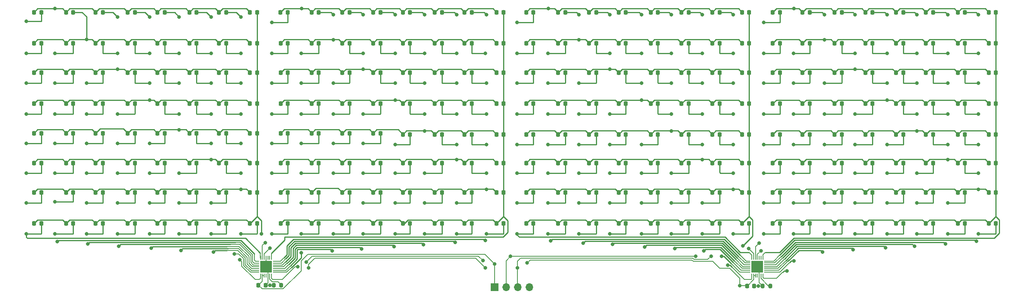
<source format=gtl>
G04 #@! TF.GenerationSoftware,KiCad,Pcbnew,6.0.2+dfsg-1~bpo11+1*
G04 #@! TF.CreationDate,2022-09-22T09:54:57-04:00*
G04 #@! TF.ProjectId,led_matrix_8x32,6c65645f-6d61-4747-9269-785f38783332,rev?*
G04 #@! TF.SameCoordinates,Original*
G04 #@! TF.FileFunction,Copper,L1,Top*
G04 #@! TF.FilePolarity,Positive*
%FSLAX46Y46*%
G04 Gerber Fmt 4.6, Leading zero omitted, Abs format (unit mm)*
G04 Created by KiCad (PCBNEW 6.0.2+dfsg-1~bpo11+1) date 2022-09-22 09:54:57*
%MOMM*%
%LPD*%
G01*
G04 APERTURE LIST*
G04 Aperture macros list*
%AMRoundRect*
0 Rectangle with rounded corners*
0 $1 Rounding radius*
0 $2 $3 $4 $5 $6 $7 $8 $9 X,Y pos of 4 corners*
0 Add a 4 corners polygon primitive as box body*
4,1,4,$2,$3,$4,$5,$6,$7,$8,$9,$2,$3,0*
0 Add four circle primitives for the rounded corners*
1,1,$1+$1,$2,$3*
1,1,$1+$1,$4,$5*
1,1,$1+$1,$6,$7*
1,1,$1+$1,$8,$9*
0 Add four rect primitives between the rounded corners*
20,1,$1+$1,$2,$3,$4,$5,0*
20,1,$1+$1,$4,$5,$6,$7,0*
20,1,$1+$1,$6,$7,$8,$9,0*
20,1,$1+$1,$8,$9,$2,$3,0*%
G04 Aperture macros list end*
G04 #@! TA.AperFunction,SMDPad,CuDef*
%ADD10RoundRect,0.218750X-0.218750X-0.256250X0.218750X-0.256250X0.218750X0.256250X-0.218750X0.256250X0*%
G04 #@! TD*
G04 #@! TA.AperFunction,SMDPad,CuDef*
%ADD11R,0.200000X0.850000*%
G04 #@! TD*
G04 #@! TA.AperFunction,SMDPad,CuDef*
%ADD12R,0.850000X0.200000*%
G04 #@! TD*
G04 #@! TA.AperFunction,SMDPad,CuDef*
%ADD13R,2.500000X2.500000*%
G04 #@! TD*
G04 #@! TA.AperFunction,SMDPad,CuDef*
%ADD14RoundRect,0.225000X-0.225000X-0.250000X0.225000X-0.250000X0.225000X0.250000X-0.225000X0.250000X0*%
G04 #@! TD*
G04 #@! TA.AperFunction,ComponentPad*
%ADD15R,1.700000X1.700000*%
G04 #@! TD*
G04 #@! TA.AperFunction,ComponentPad*
%ADD16O,1.700000X1.700000*%
G04 #@! TD*
G04 #@! TA.AperFunction,SMDPad,CuDef*
%ADD17RoundRect,0.200000X0.200000X0.275000X-0.200000X0.275000X-0.200000X-0.275000X0.200000X-0.275000X0*%
G04 #@! TD*
G04 #@! TA.AperFunction,ViaPad*
%ADD18C,0.800000*%
G04 #@! TD*
G04 #@! TA.AperFunction,Conductor*
%ADD19C,0.200000*%
G04 #@! TD*
G04 #@! TA.AperFunction,Conductor*
%ADD20C,0.250000*%
G04 #@! TD*
G04 APERTURE END LIST*
D10*
X102712500Y-113500000D03*
X104287500Y-113500000D03*
X102712500Y-100500000D03*
X104287500Y-100500000D03*
X115962500Y-107000000D03*
X117537500Y-107000000D03*
X156712500Y-120250000D03*
X158287500Y-120250000D03*
X149962500Y-120250000D03*
X151537500Y-120250000D03*
X183712500Y-94000000D03*
X185287500Y-94000000D03*
X48712500Y-107000000D03*
X50287500Y-107000000D03*
X156712500Y-107000000D03*
X158287500Y-107000000D03*
X196962500Y-107000000D03*
X198537500Y-107000000D03*
X48712500Y-94000000D03*
X50287500Y-94000000D03*
X82462500Y-120250000D03*
X84037500Y-120250000D03*
X35212500Y-113500000D03*
X36787500Y-113500000D03*
X210462500Y-120250000D03*
X212037500Y-120250000D03*
D11*
X84800000Y-131700000D03*
X85200000Y-131700000D03*
X85600000Y-131700000D03*
X86000000Y-131700000D03*
X86400000Y-131700000D03*
X86800000Y-131700000D03*
X87200000Y-131700000D03*
D12*
X87950000Y-130950000D03*
X87950000Y-130550000D03*
X87950000Y-130150000D03*
X87950000Y-129750000D03*
X87950000Y-129350000D03*
X87950000Y-128950000D03*
X87950000Y-128550000D03*
D11*
X87200000Y-127800000D03*
X86800000Y-127800000D03*
X86400000Y-127800000D03*
X86000000Y-127800000D03*
X85600000Y-127800000D03*
X85200000Y-127800000D03*
X84800000Y-127800000D03*
D12*
X84050000Y-128550000D03*
X84050000Y-128950000D03*
X84050000Y-129350000D03*
X84050000Y-129750000D03*
X84050000Y-130150000D03*
X84050000Y-130550000D03*
X84050000Y-130950000D03*
D13*
X86000000Y-129750000D03*
D10*
X82462500Y-107000000D03*
X84037500Y-107000000D03*
X82462500Y-100500000D03*
X84037500Y-100500000D03*
X176962500Y-80750000D03*
X178537500Y-80750000D03*
X244212500Y-113500000D03*
X245787500Y-113500000D03*
X89212500Y-87250000D03*
X90787500Y-87250000D03*
X109462500Y-80750000D03*
X111037500Y-80750000D03*
D14*
X84350000Y-133800000D03*
X85900000Y-133800000D03*
D10*
X109462500Y-107000000D03*
X111037500Y-107000000D03*
X62212500Y-80750000D03*
X63787500Y-80750000D03*
X102712500Y-87250000D03*
X104287500Y-87250000D03*
X35212500Y-74000000D03*
X36787500Y-74000000D03*
X149962500Y-87250000D03*
X151537500Y-87250000D03*
X203462500Y-94000000D03*
X205037500Y-94000000D03*
X176962500Y-120250000D03*
X178537500Y-120250000D03*
X237462500Y-113500000D03*
X239037500Y-113500000D03*
X203462500Y-87250000D03*
X205037500Y-87250000D03*
X69212500Y-94000000D03*
X70787500Y-94000000D03*
X62212500Y-74000000D03*
X63787500Y-74000000D03*
X89212500Y-94000000D03*
X90787500Y-94000000D03*
X122962500Y-74000000D03*
X124537500Y-74000000D03*
X190212500Y-120250000D03*
X191787500Y-120250000D03*
X136462500Y-80750000D03*
X138037500Y-80750000D03*
X109462500Y-87250000D03*
X111037500Y-87250000D03*
X62212500Y-107000000D03*
X63787500Y-107000000D03*
X115962500Y-120250000D03*
X117537500Y-120250000D03*
X190212500Y-107000000D03*
X191787500Y-107000000D03*
X69212500Y-80750000D03*
X70787500Y-80750000D03*
X136462500Y-94000000D03*
X138037500Y-94000000D03*
X82462500Y-87250000D03*
X84037500Y-87250000D03*
X35212500Y-94000000D03*
X36787500Y-94000000D03*
X244212500Y-100750000D03*
X245787500Y-100750000D03*
X122962500Y-107000000D03*
X124537500Y-107000000D03*
X156712500Y-113500000D03*
X158287500Y-113500000D03*
X210462500Y-87250000D03*
X212037500Y-87250000D03*
X196962500Y-113500000D03*
X198537500Y-113500000D03*
X244212500Y-80750000D03*
X245787500Y-80750000D03*
X82462500Y-80750000D03*
X84037500Y-80750000D03*
X48712500Y-80750000D03*
X50287500Y-80750000D03*
X230462500Y-87250000D03*
X232037500Y-87250000D03*
X176962500Y-74000000D03*
X178537500Y-74000000D03*
X129462500Y-87250000D03*
X131037500Y-87250000D03*
X75712500Y-87250000D03*
X77287500Y-87250000D03*
X176962500Y-87250000D03*
X178537500Y-87250000D03*
X237462500Y-94000000D03*
X239037500Y-94000000D03*
X230462500Y-80750000D03*
X232037500Y-80750000D03*
X156712500Y-80750000D03*
X158287500Y-80750000D03*
X115962500Y-94000000D03*
X117537500Y-94000000D03*
X196962500Y-80750000D03*
X198537500Y-80750000D03*
X223962500Y-120250000D03*
X225537500Y-120250000D03*
X203462500Y-120250000D03*
X205037500Y-120250000D03*
X122962500Y-87250000D03*
X124537500Y-87250000D03*
X230462500Y-100750000D03*
X232037500Y-100750000D03*
X237462500Y-74000000D03*
X239037500Y-74000000D03*
X170212500Y-100750000D03*
X171787500Y-100750000D03*
X55712500Y-80750000D03*
X57287500Y-80750000D03*
X35212500Y-80750000D03*
X36787500Y-80750000D03*
X142962500Y-80750000D03*
X144537500Y-80750000D03*
X95962500Y-107000000D03*
X97537500Y-107000000D03*
X237462500Y-87250000D03*
X239037500Y-87250000D03*
X129462500Y-74000000D03*
X131037500Y-74000000D03*
X42212500Y-94000000D03*
X43787500Y-94000000D03*
X142962500Y-107000000D03*
X144537500Y-107000000D03*
X142962500Y-120250000D03*
X144537500Y-120250000D03*
X217212500Y-120250000D03*
X218787500Y-120250000D03*
X163212500Y-74000000D03*
X164787500Y-74000000D03*
X203462500Y-100750000D03*
X205037500Y-100750000D03*
X223962500Y-74000000D03*
X225537500Y-74000000D03*
X176962500Y-100750000D03*
X178537500Y-100750000D03*
X149962500Y-94000000D03*
X151537500Y-94000000D03*
X244212500Y-74000000D03*
X245787500Y-74000000D03*
X183712500Y-87250000D03*
X185287500Y-87250000D03*
X129462500Y-80750000D03*
X131037500Y-80750000D03*
X55712500Y-107000000D03*
X57287500Y-107000000D03*
X35212500Y-100500000D03*
X36787500Y-100500000D03*
X183712500Y-120250000D03*
X185287500Y-120250000D03*
X75712500Y-120250000D03*
X77287500Y-120250000D03*
X244212500Y-87250000D03*
X245787500Y-87250000D03*
X136462500Y-100750000D03*
X138037500Y-100750000D03*
X176962500Y-107000000D03*
X178537500Y-107000000D03*
X75712500Y-113500000D03*
X77287500Y-113500000D03*
X156712500Y-94000000D03*
X158287500Y-94000000D03*
X217212500Y-80750000D03*
X218787500Y-80750000D03*
X69212500Y-107000000D03*
X70787500Y-107000000D03*
X115962500Y-87250000D03*
X117537500Y-87250000D03*
X170212500Y-80750000D03*
X171787500Y-80750000D03*
X203462500Y-107000000D03*
X205037500Y-107000000D03*
X244212500Y-94000000D03*
X245787500Y-94000000D03*
X109462500Y-74000000D03*
X111037500Y-74000000D03*
X237462500Y-120250000D03*
X239037500Y-120250000D03*
D14*
X191350000Y-133975000D03*
X192900000Y-133975000D03*
D10*
X129462500Y-113500000D03*
X131037500Y-113500000D03*
X190212500Y-113500000D03*
X191787500Y-113500000D03*
X129462500Y-100750000D03*
X131037500Y-100750000D03*
X183712500Y-80750000D03*
X185287500Y-80750000D03*
X163212500Y-113500000D03*
X164787500Y-113500000D03*
X75712500Y-74000000D03*
X77287500Y-74000000D03*
X183712500Y-100750000D03*
X185287500Y-100750000D03*
X223962500Y-94000000D03*
X225537500Y-94000000D03*
X210462500Y-100750000D03*
X212037500Y-100750000D03*
X82462500Y-113500000D03*
X84037500Y-113500000D03*
X223962500Y-107000000D03*
X225537500Y-107000000D03*
X109500000Y-94000000D03*
X111075000Y-94000000D03*
X95962500Y-94000000D03*
X97537500Y-94000000D03*
X196962500Y-74000000D03*
X198537500Y-74000000D03*
D15*
X136025000Y-134175000D03*
D16*
X138565000Y-134175000D03*
X141105000Y-134175000D03*
X143645000Y-134175000D03*
D10*
X42212500Y-100500000D03*
X43787500Y-100500000D03*
X102712500Y-94000000D03*
X104287500Y-94000000D03*
X109462500Y-120250000D03*
X111037500Y-120250000D03*
X62212500Y-94000000D03*
X63787500Y-94000000D03*
X48712500Y-120250000D03*
X50287500Y-120250000D03*
X62212500Y-120250000D03*
X63787500Y-120250000D03*
X230462500Y-107000000D03*
X232037500Y-107000000D03*
X82462500Y-94000000D03*
X84037500Y-94000000D03*
X190212500Y-74000000D03*
X191787500Y-74000000D03*
X109462500Y-113500000D03*
X111037500Y-113500000D03*
X42212500Y-87250000D03*
X43787500Y-87250000D03*
D17*
X89325000Y-133800000D03*
X87675000Y-133800000D03*
D10*
X183712500Y-113500000D03*
X185287500Y-113500000D03*
X136462500Y-87250000D03*
X138037500Y-87250000D03*
X35212500Y-107000000D03*
X36787500Y-107000000D03*
X129462500Y-94000000D03*
X131037500Y-94000000D03*
X115962500Y-74000000D03*
X117537500Y-74000000D03*
D17*
X196400000Y-133975000D03*
X194750000Y-133975000D03*
D10*
X244212500Y-107000000D03*
X245787500Y-107000000D03*
X89212500Y-120250000D03*
X90787500Y-120250000D03*
X55712500Y-113500000D03*
X57287500Y-113500000D03*
X136462500Y-120250000D03*
X138037500Y-120250000D03*
X163212500Y-87250000D03*
X164787500Y-87250000D03*
X42212500Y-80750000D03*
X43787500Y-80750000D03*
X142962500Y-100750000D03*
X144537500Y-100750000D03*
X42212500Y-74000000D03*
X43787500Y-74000000D03*
X62212500Y-113500000D03*
X63787500Y-113500000D03*
X223962500Y-87250000D03*
X225537500Y-87250000D03*
X102712500Y-107000000D03*
X104287500Y-107000000D03*
X42212500Y-120250000D03*
X43787500Y-120250000D03*
X122962500Y-113500000D03*
X124537500Y-113500000D03*
X89212500Y-107000000D03*
X90787500Y-107000000D03*
X95962500Y-74000000D03*
X97537500Y-74000000D03*
X102712500Y-80750000D03*
X104287500Y-80750000D03*
X35212500Y-87250000D03*
X36787500Y-87250000D03*
X203462500Y-113500000D03*
X205037500Y-113500000D03*
X203462500Y-74000000D03*
X205037500Y-74000000D03*
X210462500Y-94000000D03*
X212037500Y-94000000D03*
X156712500Y-100750000D03*
X158287500Y-100750000D03*
D11*
X192375000Y-131650000D03*
X192775000Y-131650000D03*
X193175000Y-131650000D03*
X193575000Y-131650000D03*
X193975000Y-131650000D03*
X194375000Y-131650000D03*
X194775000Y-131650000D03*
D12*
X195525000Y-130900000D03*
X195525000Y-130500000D03*
X195525000Y-130100000D03*
X195525000Y-129700000D03*
X195525000Y-129300000D03*
X195525000Y-128900000D03*
X195525000Y-128500000D03*
D11*
X194775000Y-127750000D03*
X194375000Y-127750000D03*
X193975000Y-127750000D03*
X193575000Y-127750000D03*
X193175000Y-127750000D03*
X192775000Y-127750000D03*
X192375000Y-127750000D03*
D12*
X191625000Y-128500000D03*
X191625000Y-128900000D03*
X191625000Y-129300000D03*
X191625000Y-129700000D03*
X191625000Y-130100000D03*
X191625000Y-130500000D03*
X191625000Y-130900000D03*
D13*
X193575000Y-129700000D03*
D10*
X210462500Y-107000000D03*
X212037500Y-107000000D03*
X190212500Y-87250000D03*
X191787500Y-87250000D03*
X48712500Y-74000000D03*
X50287500Y-74000000D03*
X42212500Y-107000000D03*
X43787500Y-107000000D03*
X142962500Y-113500000D03*
X144537500Y-113500000D03*
X136462500Y-74000000D03*
X138037500Y-74000000D03*
X176962500Y-113500000D03*
X178537500Y-113500000D03*
X210462500Y-113500000D03*
X212037500Y-113500000D03*
X217212500Y-74000000D03*
X218787500Y-74000000D03*
X196962500Y-94000000D03*
X198537500Y-94000000D03*
X69212500Y-120250000D03*
X70787500Y-120250000D03*
X142962500Y-94000000D03*
X144537500Y-94000000D03*
X149962500Y-74000000D03*
X151537500Y-74000000D03*
X95962500Y-113500000D03*
X97537500Y-113500000D03*
X122962500Y-100750000D03*
X124537500Y-100750000D03*
X217212500Y-107000000D03*
X218787500Y-107000000D03*
X75712500Y-94000000D03*
X77287500Y-94000000D03*
X149962500Y-100750000D03*
X151537500Y-100750000D03*
X230462500Y-113500000D03*
X232037500Y-113500000D03*
X163212500Y-94000000D03*
X164787500Y-94000000D03*
X190212500Y-94000000D03*
X191787500Y-94000000D03*
X217212500Y-100750000D03*
X218787500Y-100750000D03*
X163212500Y-107000000D03*
X164787500Y-107000000D03*
X48712500Y-100500000D03*
X50287500Y-100500000D03*
X190212500Y-80750000D03*
X191787500Y-80750000D03*
X149962500Y-107000000D03*
X151537500Y-107000000D03*
X55712500Y-74000000D03*
X57287500Y-74000000D03*
X170212500Y-74000000D03*
X171787500Y-74000000D03*
X183712500Y-74000000D03*
X185287500Y-74000000D03*
X89212500Y-80750000D03*
X90787500Y-80750000D03*
X237462500Y-107000000D03*
X239037500Y-107000000D03*
X48712500Y-113500000D03*
X50287500Y-113500000D03*
X230462500Y-74000000D03*
X232037500Y-74000000D03*
X75712500Y-80750000D03*
X77287500Y-80750000D03*
X55712500Y-120250000D03*
X57287500Y-120250000D03*
X210462500Y-80750000D03*
X212037500Y-80750000D03*
X115962500Y-113500000D03*
X117537500Y-113500000D03*
X55712500Y-100500000D03*
X57287500Y-100500000D03*
X156712500Y-87250000D03*
X158287500Y-87250000D03*
X210462500Y-74000000D03*
X212037500Y-74000000D03*
X122962500Y-94000000D03*
X124537500Y-94000000D03*
X217212500Y-94000000D03*
X218787500Y-94000000D03*
X69212500Y-87250000D03*
X70787500Y-87250000D03*
X217212500Y-87250000D03*
X218787500Y-87250000D03*
X170212500Y-107000000D03*
X171787500Y-107000000D03*
X115962500Y-80750000D03*
X117537500Y-80750000D03*
X170212500Y-87250000D03*
X171787500Y-87250000D03*
X170212500Y-94000000D03*
X171787500Y-94000000D03*
X237462500Y-100750000D03*
X239037500Y-100750000D03*
X89175000Y-74000000D03*
X90750000Y-74000000D03*
X190212500Y-100750000D03*
X191787500Y-100750000D03*
X109462500Y-100500000D03*
X111037500Y-100500000D03*
X176962500Y-94000000D03*
X178537500Y-94000000D03*
X115962500Y-100750000D03*
X117537500Y-100750000D03*
X163212500Y-80750000D03*
X164787500Y-80750000D03*
X55712500Y-87250000D03*
X57287500Y-87250000D03*
X42212500Y-113500000D03*
X43787500Y-113500000D03*
X183712500Y-107000000D03*
X185287500Y-107000000D03*
X237462500Y-80750000D03*
X239037500Y-80750000D03*
X95962500Y-120250000D03*
X97537500Y-120250000D03*
X129462500Y-107000000D03*
X131037500Y-107000000D03*
X196962500Y-87250000D03*
X198537500Y-87250000D03*
X170212500Y-113500000D03*
X171787500Y-113500000D03*
X75712500Y-107000000D03*
X77287500Y-107000000D03*
X163212500Y-100750000D03*
X164787500Y-100750000D03*
X89212500Y-113500000D03*
X90787500Y-113500000D03*
X82462500Y-74000000D03*
X84037500Y-74000000D03*
X122962500Y-120250000D03*
X124537500Y-120250000D03*
X136462500Y-113500000D03*
X138037500Y-113500000D03*
X95962500Y-80750000D03*
X97537500Y-80750000D03*
X196962500Y-120250000D03*
X198537500Y-120250000D03*
X156712500Y-74000000D03*
X158287500Y-74000000D03*
X69212500Y-100500000D03*
X70787500Y-100500000D03*
X142962500Y-87250000D03*
X144537500Y-87250000D03*
X223962500Y-100750000D03*
X225537500Y-100750000D03*
X217212500Y-113500000D03*
X218787500Y-113500000D03*
X149962500Y-113500000D03*
X151537500Y-113500000D03*
X142962500Y-74000000D03*
X144537500Y-74000000D03*
X149962500Y-80750000D03*
X151537500Y-80750000D03*
X69212500Y-113500000D03*
X70787500Y-113500000D03*
X163212500Y-120250000D03*
X164787500Y-120250000D03*
X223962500Y-113500000D03*
X225537500Y-113500000D03*
X136462500Y-107000000D03*
X138037500Y-107000000D03*
X170212500Y-120250000D03*
X171787500Y-120250000D03*
X89212500Y-100500000D03*
X90787500Y-100500000D03*
X35212500Y-120250000D03*
X36787500Y-120250000D03*
X62212500Y-87250000D03*
X63787500Y-87250000D03*
X102712500Y-120250000D03*
X104287500Y-120250000D03*
X203462500Y-80750000D03*
X205037500Y-80750000D03*
X69212500Y-74000000D03*
X70787500Y-74000000D03*
X196962500Y-100750000D03*
X198537500Y-100750000D03*
X55712500Y-94000000D03*
X57287500Y-94000000D03*
X95962500Y-100500000D03*
X97537500Y-100500000D03*
X48712500Y-87250000D03*
X50287500Y-87250000D03*
X62212500Y-100500000D03*
X63787500Y-100500000D03*
X230462500Y-94000000D03*
X232037500Y-94000000D03*
X102712500Y-74000000D03*
X104287500Y-74000000D03*
X122962500Y-80750000D03*
X124537500Y-80750000D03*
X244212500Y-120250000D03*
X245787500Y-120250000D03*
X75712500Y-100500000D03*
X77287500Y-100500000D03*
X230462500Y-120250000D03*
X232037500Y-120250000D03*
X129462500Y-120250000D03*
X131037500Y-120250000D03*
X223962500Y-80750000D03*
X225537500Y-80750000D03*
X95962500Y-87250000D03*
X97537500Y-87250000D03*
D18*
X141050000Y-130000000D03*
X134050000Y-130000000D03*
X139512500Y-127462500D03*
X133475000Y-128400000D03*
X95350000Y-129950000D03*
X94850000Y-128700000D03*
X85800000Y-124475000D03*
X86825000Y-125675000D03*
X136025000Y-129150000D03*
X143175000Y-128900000D03*
X180100000Y-127450000D03*
X183425000Y-127450000D03*
X191675000Y-125725000D03*
X193950000Y-124550000D03*
X193825000Y-133975000D03*
X86825000Y-133800000D03*
X189700000Y-133900000D03*
X194350000Y-126250000D03*
X200075000Y-130625000D03*
X201600000Y-128475000D03*
X207825000Y-126475000D03*
X214550000Y-125975000D03*
X221675000Y-125575000D03*
X227975000Y-125250000D03*
X234762500Y-124687500D03*
X241550000Y-124175000D03*
X187075000Y-129400000D03*
X190412500Y-125187500D03*
X185725000Y-127400000D03*
X181837500Y-126287500D03*
X175525000Y-125775000D03*
X168925000Y-125400000D03*
X161900000Y-124850000D03*
X155450000Y-124550000D03*
X148350000Y-124025000D03*
X39750000Y-122500000D03*
X39750000Y-96250000D03*
X39750000Y-89500000D03*
X39799520Y-73200480D03*
X39750000Y-102750000D03*
X40250000Y-124250000D03*
X39750000Y-109250000D03*
X39750000Y-115500000D03*
X39750000Y-83000000D03*
X33500000Y-96250000D03*
X33500000Y-122500000D03*
X33500000Y-76000000D03*
X33500000Y-102750000D03*
X33500000Y-115750000D03*
X33500000Y-83000000D03*
X33500000Y-109250000D03*
X33500000Y-89500000D03*
X46700480Y-79950480D03*
X46750000Y-89500000D03*
X46750000Y-109250000D03*
X47000000Y-124750000D03*
X46750000Y-96250000D03*
X46750000Y-122500000D03*
X46750000Y-102750000D03*
X46750000Y-115750000D03*
X53500000Y-102750000D03*
X53500000Y-96250000D03*
X53750000Y-125250000D03*
X53500000Y-122500000D03*
X53500000Y-86500000D03*
X53500000Y-75000000D03*
X53500000Y-109250000D03*
X53500000Y-83000000D03*
X53500000Y-115750000D03*
X60500000Y-109250000D03*
X60500000Y-83000000D03*
X60500000Y-115750000D03*
X60500000Y-122500000D03*
X60500000Y-102750000D03*
X60500000Y-93250000D03*
X60500000Y-89500000D03*
X60500000Y-75000000D03*
X60875000Y-125625000D03*
X67000000Y-109250000D03*
X67375000Y-126125000D03*
X67000000Y-99750000D03*
X67000000Y-89500000D03*
X67000000Y-96250000D03*
X67000000Y-83000000D03*
X67000000Y-122500000D03*
X67000000Y-115750000D03*
X67000000Y-75000000D03*
X74000000Y-96250000D03*
X74000000Y-89500000D03*
X74000000Y-102750000D03*
X74000000Y-115750000D03*
X74000000Y-106250000D03*
X74500000Y-126500000D03*
X74000000Y-83000000D03*
X74000000Y-75000000D03*
X74000000Y-122500000D03*
X80500000Y-75000000D03*
X80500000Y-89500000D03*
X80500000Y-112750000D03*
X79075000Y-126925000D03*
X80500000Y-96250000D03*
X80500000Y-102750000D03*
X80500000Y-122500000D03*
X80500000Y-83000000D03*
X80500000Y-109250000D03*
X80212500Y-128187500D03*
X85000000Y-122525000D03*
X93750000Y-109250000D03*
X93799520Y-73200480D03*
X93750000Y-115750000D03*
X93750000Y-126700000D03*
X93750000Y-89500000D03*
X93750000Y-122500000D03*
X93750000Y-83000000D03*
X93750000Y-96250000D03*
X93750000Y-102750000D03*
X87250000Y-109250000D03*
X87250000Y-102750000D03*
X87250000Y-89500000D03*
X87250000Y-83000000D03*
X87250000Y-115750000D03*
X87250000Y-96250000D03*
X92975000Y-129700000D03*
X87250000Y-76250000D03*
X87250000Y-122500000D03*
X100750000Y-96250000D03*
X100750000Y-115750000D03*
X100750000Y-109250000D03*
X100750000Y-74500000D03*
X100750000Y-122500000D03*
X100450000Y-126225000D03*
X100750000Y-89500000D03*
X100750000Y-80000000D03*
X100750000Y-102750000D03*
X107250000Y-86500000D03*
X107250000Y-96250000D03*
X107250000Y-109250000D03*
X107250000Y-83000000D03*
X106925000Y-125825000D03*
X107250000Y-115750000D03*
X107250000Y-102750000D03*
X107250000Y-74500000D03*
X107250000Y-122500000D03*
X114250000Y-74500000D03*
X114250000Y-115750000D03*
X114050000Y-125300000D03*
X114250000Y-83000000D03*
X114250000Y-89500000D03*
X114250000Y-93250000D03*
X114250000Y-103000000D03*
X114250000Y-122500000D03*
X114250000Y-109250000D03*
X120750000Y-115750000D03*
X120750000Y-100000000D03*
X120750000Y-122500000D03*
X120750000Y-74500000D03*
X120500000Y-124900000D03*
X120750000Y-109250000D03*
X120750000Y-83000000D03*
X120750000Y-89500000D03*
X120750000Y-96250000D03*
X127750000Y-115750000D03*
X127750000Y-89500000D03*
X127750000Y-83000000D03*
X127750000Y-122500000D03*
X127750000Y-96250000D03*
X127425000Y-124425000D03*
X127750000Y-74500000D03*
X127750000Y-106250000D03*
X127750000Y-103000000D03*
X133975000Y-123950000D03*
X134250000Y-74500000D03*
X134250000Y-112750000D03*
X134250000Y-109250000D03*
X134250000Y-89500000D03*
X134250000Y-122500000D03*
X134250000Y-103000000D03*
X134250000Y-96250000D03*
X134000000Y-83000000D03*
X147799520Y-73200480D03*
X147750000Y-103000000D03*
X147750000Y-83000000D03*
X147750000Y-115750000D03*
X147750000Y-96250000D03*
X147750000Y-89500000D03*
X147750000Y-122500000D03*
X147750000Y-109250000D03*
X141000000Y-89500000D03*
X141000000Y-109250000D03*
X141000000Y-76250000D03*
X141000000Y-96250000D03*
X141000000Y-103000000D03*
X141000000Y-122500000D03*
X141000000Y-115750000D03*
X141000000Y-83000000D03*
X154500000Y-96250000D03*
X154500000Y-109250000D03*
X154500000Y-89500000D03*
X154500000Y-122500000D03*
X154500000Y-115750000D03*
X154500000Y-80000000D03*
X154500000Y-103000000D03*
X154500000Y-74500000D03*
X161299520Y-86450480D03*
X161250000Y-103000000D03*
X161250000Y-115750000D03*
X161250000Y-74500000D03*
X161250000Y-122500000D03*
X161250000Y-109250000D03*
X161250000Y-83000000D03*
X161250000Y-96250000D03*
X168250000Y-74500000D03*
X168250000Y-122500000D03*
X168250000Y-115750000D03*
X168250000Y-109250000D03*
X168250000Y-103000000D03*
X168250000Y-83000000D03*
X168250000Y-93250000D03*
X168250000Y-89500000D03*
X174750000Y-96250000D03*
X174750000Y-89500000D03*
X174750000Y-74500000D03*
X174750000Y-115750000D03*
X174750000Y-122500000D03*
X174750000Y-83000000D03*
X174750000Y-109250000D03*
X174750000Y-100000000D03*
X181500000Y-103000000D03*
X181500000Y-115750000D03*
X181500000Y-106250000D03*
X181500000Y-122500000D03*
X181500000Y-96250000D03*
X181500000Y-74500000D03*
X181500000Y-83000000D03*
X181500000Y-89500000D03*
X188250000Y-74500000D03*
X188250000Y-103000000D03*
X188250000Y-109250000D03*
X188250000Y-89500000D03*
X188250000Y-96250000D03*
X188250000Y-83000000D03*
X188250000Y-122500000D03*
X188250000Y-112750000D03*
X201500000Y-83000000D03*
X201500000Y-103000000D03*
X201500000Y-96250000D03*
X201549520Y-73200480D03*
X201500000Y-122500000D03*
X201500000Y-115750000D03*
X201500000Y-109250000D03*
X201500000Y-89500000D03*
X195000000Y-96250000D03*
X195000000Y-89500000D03*
X195000000Y-83000000D03*
X195000000Y-122500000D03*
X195000000Y-115750000D03*
X195000000Y-76250000D03*
X195000000Y-103000000D03*
X195000000Y-109250000D03*
X208250000Y-96250000D03*
X208250000Y-115750000D03*
X208250000Y-103000000D03*
X208250000Y-122500000D03*
X208250000Y-74500000D03*
X208250000Y-109250000D03*
X208250000Y-89500000D03*
X208250000Y-80000000D03*
X215000000Y-96250000D03*
X215000000Y-122500000D03*
X215000000Y-86500000D03*
X215000000Y-83000000D03*
X215000000Y-115750000D03*
X215000000Y-109250000D03*
X215000000Y-103000000D03*
X215000000Y-74500000D03*
X222000000Y-83000000D03*
X222000000Y-93250000D03*
X222000000Y-74500000D03*
X222000000Y-103000000D03*
X222000000Y-122500000D03*
X222000000Y-109250000D03*
X222000000Y-89500000D03*
X222000000Y-115750000D03*
X228500000Y-74500000D03*
X228500000Y-122500000D03*
X228500000Y-100000000D03*
X228500000Y-109250000D03*
X228500000Y-89500000D03*
X228500000Y-96250000D03*
X228500000Y-115750000D03*
X228500000Y-83000000D03*
X235250000Y-89500000D03*
X235250000Y-106250000D03*
X235250000Y-83000000D03*
X235250000Y-122500000D03*
X235250000Y-103000000D03*
X235250000Y-115750000D03*
X235250000Y-96250000D03*
X235250000Y-74500000D03*
X242000000Y-83000000D03*
X242000000Y-74500000D03*
X242000000Y-112750000D03*
X242000000Y-89500000D03*
X242000000Y-96250000D03*
X242000000Y-103000000D03*
X242000000Y-109250000D03*
X242000000Y-122500000D03*
D19*
X95350000Y-129950000D02*
X95350000Y-129189259D01*
X95350000Y-129189259D02*
X96715219Y-127824040D01*
X96715219Y-127824040D02*
X131874040Y-127824040D01*
X131874040Y-127824040D02*
X134050000Y-130000000D01*
X139512500Y-127462500D02*
X138550000Y-128425000D01*
X96125480Y-127424520D02*
X132499520Y-127424520D01*
X94850000Y-128700000D02*
X96125480Y-127424520D01*
X132499520Y-127424520D02*
X133475000Y-128400000D01*
X85200000Y-127800000D02*
X85200000Y-125075000D01*
X85200000Y-125075000D02*
X85800000Y-124475000D01*
X85600000Y-127800000D02*
X85600000Y-126900000D01*
X85600000Y-126900000D02*
X86825000Y-125675000D01*
X93674511Y-128475489D02*
X95125000Y-127025000D01*
X85125000Y-134575000D02*
X89775000Y-134575000D01*
X84350000Y-133800000D02*
X85125000Y-134575000D01*
X89775000Y-134575000D02*
X93674511Y-130675489D01*
X95125000Y-127025000D02*
X133900000Y-127025000D01*
X93674511Y-130675489D02*
X93674511Y-128475489D01*
X133900000Y-127025000D02*
X136025000Y-129150000D01*
X136025000Y-129150000D02*
X136025000Y-134225000D01*
X189700000Y-133900000D02*
X189700000Y-132275000D01*
X179559504Y-128549030D02*
X179259514Y-128249040D01*
X189700000Y-132275000D02*
X187525000Y-130100000D01*
X187525000Y-130100000D02*
X185325000Y-130100000D01*
X179259514Y-128249040D02*
X143825960Y-128249040D01*
X185325000Y-130100000D02*
X183774031Y-128549031D01*
X183774031Y-128549031D02*
X179559504Y-128549030D01*
X143825960Y-128249040D02*
X143175000Y-128900000D01*
X141050000Y-128500000D02*
X141050000Y-134075000D01*
X179425000Y-127849520D02*
X141700480Y-127849520D01*
X182725489Y-128149511D02*
X179724991Y-128149511D01*
X183425000Y-127450000D02*
X182725489Y-128149511D01*
X179724991Y-128149511D02*
X179425000Y-127849520D01*
X141700480Y-127849520D02*
X141050000Y-128500000D01*
X141050000Y-134075000D02*
X141100000Y-134125000D01*
X180100000Y-127450000D02*
X139525000Y-127450000D01*
X139525000Y-127450000D02*
X139512500Y-127462500D01*
X138550000Y-128425000D02*
X138550000Y-134225000D01*
X192775000Y-127750000D02*
X192775000Y-126825000D01*
X192775000Y-126825000D02*
X191675000Y-125725000D01*
X193175000Y-127750000D02*
X193175000Y-125325000D01*
X193175000Y-125325000D02*
X193950000Y-124550000D01*
X193825000Y-133975000D02*
X193000000Y-133975000D01*
X86825000Y-133800000D02*
X87725000Y-133800000D01*
X189700000Y-133900000D02*
X191300000Y-133900000D01*
X191300000Y-133900000D02*
X191400000Y-134000000D01*
X193575000Y-127750000D02*
X193575000Y-127025000D01*
X193575000Y-127025000D02*
X194350000Y-126250000D01*
X194375000Y-132300000D02*
X196025000Y-133950000D01*
X194375000Y-131650000D02*
X194375000Y-132300000D01*
X196025000Y-133950000D02*
X196500000Y-133950000D01*
X194750000Y-133975000D02*
X193825000Y-133975000D01*
X193975000Y-131650000D02*
X193975000Y-133200000D01*
X193975000Y-133200000D02*
X194725000Y-133950000D01*
X192775000Y-131650000D02*
X192775000Y-132550000D01*
X192775000Y-132550000D02*
X191300000Y-134025000D01*
X193175000Y-131650000D02*
X192775000Y-131650000D01*
X194775000Y-132125000D02*
X194950000Y-132300000D01*
X194775000Y-131650000D02*
X194775000Y-132125000D01*
X194950000Y-132300000D02*
X197750388Y-132300000D01*
X197750388Y-132300000D02*
X199100194Y-130950194D01*
D20*
X200075000Y-130625000D02*
X199425388Y-130625000D01*
X199425388Y-130625000D02*
X199100194Y-130950194D01*
D19*
X195525000Y-130900000D02*
X198550026Y-130900000D01*
X198550026Y-130900000D02*
X200650013Y-128800013D01*
D20*
X201600000Y-128475000D02*
X200975026Y-128475000D01*
X200975026Y-128475000D02*
X200650013Y-128800013D01*
D19*
X195525000Y-130500000D02*
X198314308Y-130500000D01*
X198314308Y-130500000D02*
X200344654Y-128469654D01*
D20*
X202667188Y-126147120D02*
X207497120Y-126147120D01*
X207825000Y-126475000D02*
X207497120Y-126147120D01*
X202667188Y-126147120D02*
X200344654Y-128469654D01*
D19*
X195525000Y-130100000D02*
X198078590Y-130100000D01*
X198078590Y-130100000D02*
X199851795Y-128326795D01*
D20*
X214550000Y-125975000D02*
X214272600Y-125697600D01*
X214272600Y-125697600D02*
X202480990Y-125697600D01*
X202480990Y-125697600D02*
X199851795Y-128326795D01*
D19*
X195525000Y-129700000D02*
X197842872Y-129700000D01*
X197842872Y-129700000D02*
X199508936Y-128033936D01*
D20*
X221675000Y-125575000D02*
X221348080Y-125248080D01*
X221348080Y-125248080D02*
X202294792Y-125248080D01*
X202294792Y-125248080D02*
X199508936Y-128033936D01*
D19*
X195525000Y-129300000D02*
X197607154Y-129300000D01*
X197607154Y-129300000D02*
X199141077Y-127766077D01*
D20*
X202108594Y-124798560D02*
X199141077Y-127766077D01*
X227975000Y-125250000D02*
X227523560Y-124798560D01*
X227523560Y-124798560D02*
X202108594Y-124798560D01*
D19*
X195525000Y-128900000D02*
X197371436Y-128900000D01*
X197371436Y-128900000D02*
X198785718Y-127485718D01*
D20*
X234762500Y-124687500D02*
X234424040Y-124349040D01*
X234424040Y-124349040D02*
X201922396Y-124349040D01*
X201922396Y-124349040D02*
X198785718Y-127485718D01*
D19*
X195525000Y-128500000D02*
X197135718Y-128500000D01*
X197135718Y-128500000D02*
X198425000Y-127210718D01*
D20*
X201736198Y-123899520D02*
X198425000Y-127210718D01*
X201736198Y-123899520D02*
X241274520Y-123899520D01*
X241550000Y-124175000D02*
X241274520Y-123899520D01*
X245787500Y-118712500D02*
X246549520Y-119474520D01*
X246549520Y-119474520D02*
X246549520Y-122336197D01*
X246549520Y-122336197D02*
X245435717Y-123450000D01*
X245435717Y-123450000D02*
X201550000Y-123450000D01*
X201550000Y-123450000D02*
X198450000Y-126550000D01*
X198450000Y-126550000D02*
X195350000Y-126550000D01*
D19*
X194775000Y-127125000D02*
X195350000Y-126550000D01*
X194775000Y-127750000D02*
X194775000Y-127125000D01*
X87360474Y-133025480D02*
X88675480Y-133025480D01*
X86800000Y-132465006D02*
X87360474Y-133025480D01*
X86800000Y-131700000D02*
X86800000Y-132465006D01*
X88675480Y-133025480D02*
X89375000Y-133725000D01*
X85200000Y-131700000D02*
X85200000Y-132900000D01*
X85200000Y-132900000D02*
X84375000Y-133725000D01*
X85900000Y-133800000D02*
X86825000Y-133800000D01*
X86400000Y-131700000D02*
X86400000Y-133275000D01*
X86400000Y-133275000D02*
X85925000Y-133750000D01*
X85200000Y-131700000D02*
X85600000Y-131700000D01*
X193975000Y-131650000D02*
X193975000Y-130625000D01*
X193975000Y-130625000D02*
X194025000Y-130575000D01*
D20*
X187075000Y-129400000D02*
X187589642Y-129400000D01*
X187589642Y-129400000D02*
X188014643Y-129825001D01*
X188014643Y-129825001D02*
X188049999Y-129825001D01*
D19*
X190735354Y-132475000D02*
X188067677Y-129807323D01*
X192375000Y-132350000D02*
X192250000Y-132475000D01*
X192375000Y-131650000D02*
X192375000Y-132350000D01*
X192250000Y-132475000D02*
X190735354Y-132475000D01*
D20*
X191787500Y-118712500D02*
X192549520Y-119474520D01*
X192549520Y-119474520D02*
X192549520Y-123050480D01*
X192549520Y-123050480D02*
X190412500Y-125187500D01*
D19*
X191625000Y-130900000D02*
X189725360Y-130900000D01*
X189725360Y-130900000D02*
X187887680Y-129062320D01*
D20*
X185725000Y-127400000D02*
X186225360Y-127400000D01*
X186225360Y-127400000D02*
X187887680Y-129062320D01*
D19*
X191625000Y-130500000D02*
X189961078Y-130500000D01*
X189961078Y-130500000D02*
X188255539Y-128794461D01*
D20*
X181837500Y-126287500D02*
X182202880Y-125922120D01*
X182202880Y-125922120D02*
X185383198Y-125922120D01*
X185383198Y-125922120D02*
X188255539Y-128794461D01*
D19*
X191625000Y-130100000D02*
X190196796Y-130100000D01*
X190196796Y-130100000D02*
X188523398Y-128426602D01*
D20*
X185569396Y-125472600D02*
X188523398Y-128426602D01*
X175525000Y-125675000D02*
X175727400Y-125472600D01*
X175525000Y-125775000D02*
X175525000Y-125675000D01*
X175727400Y-125472600D02*
X185569396Y-125472600D01*
D19*
X191625000Y-129700000D02*
X190432514Y-129700000D01*
X190432514Y-129700000D02*
X188866257Y-128133743D01*
D20*
X185755594Y-125023080D02*
X188866257Y-128133743D01*
X168925000Y-125400000D02*
X169301920Y-125023080D01*
X169301920Y-125023080D02*
X185755594Y-125023080D01*
D19*
X191625000Y-129300000D02*
X190668232Y-129300000D01*
X190668232Y-129300000D02*
X189246616Y-127878384D01*
D20*
X185941792Y-124573560D02*
X189246616Y-127878384D01*
X161900000Y-124850000D02*
X162176440Y-124573560D01*
X162176440Y-124573560D02*
X185941792Y-124573560D01*
D19*
X191625000Y-128900000D02*
X190903950Y-128900000D01*
X190903950Y-128900000D02*
X189514475Y-127510525D01*
D20*
X155450000Y-124550000D02*
X155875960Y-124124040D01*
X186127990Y-124124040D02*
X189514475Y-127510525D01*
X155875960Y-124124040D02*
X186127990Y-124124040D01*
D19*
X191625000Y-128500000D02*
X191139668Y-128500000D01*
X191139668Y-128500000D02*
X189825000Y-127185332D01*
D20*
X148350000Y-124025000D02*
X148700480Y-123674520D01*
X148700480Y-123674520D02*
X186314188Y-123674520D01*
X186314188Y-123674520D02*
X189825000Y-127185332D01*
D19*
X192375000Y-127750000D02*
X192375000Y-127150000D01*
X192375000Y-127150000D02*
X191775000Y-126550000D01*
D20*
X189825386Y-126550000D02*
X191775000Y-126550000D01*
X141000000Y-122775000D02*
X141450000Y-123225000D01*
X141000000Y-122500000D02*
X141000000Y-122775000D01*
X141450000Y-123225000D02*
X186500386Y-123225000D01*
X186500386Y-123225000D02*
X189825386Y-126550000D01*
D19*
X86400000Y-131700000D02*
X86400000Y-130300000D01*
X86000000Y-127800000D02*
X86000000Y-128900000D01*
X84050000Y-128550000D02*
X83700000Y-128550000D01*
D20*
X76512020Y-73200480D02*
X81700480Y-73200480D01*
X40250000Y-124250000D02*
X40550480Y-123949520D01*
X49512020Y-73200480D02*
X54950480Y-73200480D01*
X43750000Y-83000000D02*
X39750000Y-83000000D01*
X80500000Y-123949520D02*
X83475000Y-126924520D01*
X43750000Y-122500000D02*
X39750000Y-122500000D01*
X81700480Y-73200480D02*
X82500000Y-74000000D01*
X43750000Y-115500000D02*
X39750000Y-115500000D01*
X43787500Y-80750000D02*
X43787500Y-82962500D01*
X43787500Y-96212500D02*
X43750000Y-96250000D01*
X47950480Y-73200480D02*
X48750000Y-74000000D01*
X43012020Y-73200480D02*
X47950480Y-73200480D01*
X36012020Y-73200480D02*
X39799520Y-73200480D01*
X55712500Y-74000000D02*
X56512020Y-73200480D01*
X43787500Y-102712500D02*
X43750000Y-102750000D01*
X43787500Y-89462500D02*
X43750000Y-89500000D01*
X43787500Y-87250000D02*
X43787500Y-89462500D01*
X43787500Y-113500000D02*
X43787500Y-115462500D01*
X43750000Y-89500000D02*
X39750000Y-89500000D01*
X54950480Y-73200480D02*
X55750000Y-74000000D01*
X42212500Y-74000000D02*
X43012020Y-73200480D01*
X43750000Y-109250000D02*
X39750000Y-109250000D01*
X40550480Y-123949520D02*
X80500000Y-123949520D01*
X43787500Y-82962500D02*
X43750000Y-83000000D01*
X43750000Y-96250000D02*
X39750000Y-96250000D01*
X68450480Y-73200480D02*
X69250000Y-74000000D01*
X43787500Y-100500000D02*
X43787500Y-102712500D01*
X63012020Y-73200480D02*
X68450480Y-73200480D01*
D19*
X83475000Y-128325000D02*
X83475000Y-126924520D01*
D20*
X39799520Y-73200480D02*
X41450480Y-73200480D01*
X62212500Y-74000000D02*
X63012020Y-73200480D01*
X61450480Y-73200480D02*
X62250000Y-74000000D01*
X43750000Y-102750000D02*
X39750000Y-102750000D01*
X70012020Y-73200480D02*
X74950480Y-73200480D01*
X48712500Y-74000000D02*
X49512020Y-73200480D01*
X35212500Y-74000000D02*
X36012020Y-73200480D01*
X43787500Y-120250000D02*
X43787500Y-122462500D01*
X43787500Y-122462500D02*
X43750000Y-122500000D01*
X43787500Y-115462500D02*
X43750000Y-115500000D01*
X69212500Y-74000000D02*
X70012020Y-73200480D01*
X43787500Y-109212500D02*
X43750000Y-109250000D01*
X75712500Y-74000000D02*
X76512020Y-73200480D01*
X56512020Y-73200480D02*
X61450480Y-73200480D01*
X41450480Y-73200480D02*
X42250000Y-74000000D01*
D19*
X83700000Y-128550000D02*
X83475000Y-128325000D01*
D20*
X43787500Y-107000000D02*
X43787500Y-109212500D01*
X43787500Y-94000000D02*
X43787500Y-96212500D01*
X74950480Y-73200480D02*
X75750000Y-74000000D01*
X36787500Y-102712500D02*
X36750000Y-102750000D01*
X36787500Y-113500000D02*
X36787500Y-115712500D01*
X33750000Y-123500000D02*
X81500000Y-123500000D01*
D19*
X84775489Y-127800489D02*
X84775489Y-126775489D01*
X84800000Y-127800000D02*
X84800000Y-127825000D01*
D20*
X36787500Y-109212500D02*
X36750000Y-109250000D01*
X36750000Y-89500000D02*
X33500000Y-89500000D01*
X36787500Y-82962500D02*
X36750000Y-83000000D01*
X36750000Y-109250000D02*
X33500000Y-109250000D01*
X81500000Y-123500000D02*
X84775489Y-126775489D01*
X36787500Y-80750000D02*
X36787500Y-82962500D01*
X36787500Y-87250000D02*
X36787500Y-89462500D01*
X36787500Y-75962500D02*
X36750000Y-76000000D01*
X36787500Y-74000000D02*
X36787500Y-75962500D01*
X33500000Y-123250000D02*
X33750000Y-123500000D01*
X36750000Y-76000000D02*
X33500000Y-76000000D01*
X36750000Y-122500000D02*
X33500000Y-122500000D01*
X36787500Y-94000000D02*
X36787500Y-96212500D01*
X33500000Y-122500000D02*
X33500000Y-123250000D01*
X36750000Y-115750000D02*
X33500000Y-115750000D01*
X36750000Y-83000000D02*
X33500000Y-83000000D01*
X36787500Y-89462500D02*
X36750000Y-89500000D01*
X36787500Y-100500000D02*
X36787500Y-102712500D01*
X36750000Y-96250000D02*
X33500000Y-96250000D01*
X36787500Y-115712500D02*
X36750000Y-115750000D01*
X36750000Y-102750000D02*
X33500000Y-102750000D01*
X36787500Y-120250000D02*
X36787500Y-122462500D01*
X36787500Y-107000000D02*
X36787500Y-109212500D01*
D19*
X84800000Y-127825000D02*
X84775489Y-127800489D01*
D20*
X36787500Y-96212500D02*
X36750000Y-96250000D01*
X36787500Y-122462500D02*
X36750000Y-122500000D01*
X75712500Y-80750000D02*
X76512020Y-79950480D01*
D19*
X83075481Y-128600481D02*
X83075481Y-127125363D01*
D20*
X62212500Y-80750000D02*
X63012020Y-79950480D01*
X50287500Y-102712500D02*
X50250000Y-102750000D01*
X50287500Y-120250000D02*
X50287500Y-122462500D01*
X50287500Y-107000000D02*
X50287500Y-109212500D01*
X47000000Y-124750000D02*
X47350960Y-124399040D01*
X50250000Y-89500000D02*
X46750000Y-89500000D01*
D19*
X83425000Y-128950000D02*
X83075481Y-128600481D01*
D20*
X36012020Y-79950480D02*
X41450480Y-79950480D01*
X47950480Y-79950480D02*
X48750000Y-80750000D01*
X50250000Y-109250000D02*
X46750000Y-109250000D01*
X55712500Y-80750000D02*
X56512020Y-79950480D01*
X50250000Y-122500000D02*
X46750000Y-122500000D01*
X70012020Y-79950480D02*
X74950480Y-79950480D01*
X74950480Y-79950480D02*
X75750000Y-80750000D01*
X50287500Y-115712500D02*
X50250000Y-115750000D01*
D19*
X80349158Y-124399040D02*
X79299040Y-124399040D01*
D20*
X50287500Y-109212500D02*
X50250000Y-109250000D01*
D19*
X84050000Y-128950000D02*
X83425000Y-128950000D01*
D20*
X50250000Y-115750000D02*
X46750000Y-115750000D01*
X49512020Y-79950480D02*
X54950480Y-79950480D01*
X47350960Y-124399040D02*
X79299040Y-124399040D01*
X46700480Y-79950480D02*
X47950480Y-79950480D01*
X43787500Y-74000000D02*
X45750000Y-74000000D01*
X69212500Y-80750000D02*
X70012020Y-79950480D01*
X50287500Y-89462500D02*
X50250000Y-89500000D01*
D19*
X83075481Y-127125363D02*
X80349158Y-124399040D01*
D20*
X50250000Y-96250000D02*
X46750000Y-96250000D01*
X56512020Y-79950480D02*
X61450480Y-79950480D01*
X63012020Y-79950480D02*
X68450480Y-79950480D01*
X68450480Y-79950480D02*
X69250000Y-80750000D01*
X50287500Y-100500000D02*
X50287500Y-102712500D01*
X50250000Y-102750000D02*
X46750000Y-102750000D01*
X54950480Y-79950480D02*
X55750000Y-80750000D01*
X76512020Y-79950480D02*
X81700480Y-79950480D01*
X46700480Y-74950480D02*
X46700480Y-79950480D01*
X42212500Y-80750000D02*
X43012020Y-79950480D01*
X61450480Y-79950480D02*
X62250000Y-80750000D01*
X50287500Y-94000000D02*
X50287500Y-96212500D01*
X81700480Y-79950480D02*
X82500000Y-80750000D01*
X48712500Y-80750000D02*
X49512020Y-79950480D01*
X45750000Y-74000000D02*
X46700480Y-74950480D01*
X35212500Y-80750000D02*
X36012020Y-79950480D01*
X43012020Y-79950480D02*
X46700480Y-79950480D01*
X50287500Y-122462500D02*
X50250000Y-122500000D01*
X41450480Y-79950480D02*
X42250000Y-80750000D01*
X50287500Y-87250000D02*
X50287500Y-89462500D01*
X50287500Y-96212500D02*
X50250000Y-96250000D01*
X50287500Y-113500000D02*
X50287500Y-115712500D01*
D19*
X82675962Y-127290850D02*
X80233672Y-124848560D01*
D20*
X47950480Y-86450480D02*
X48750000Y-87250000D01*
X57287500Y-100500000D02*
X57287500Y-102712500D01*
X56512020Y-86450480D02*
X61450480Y-86450480D01*
X50287500Y-80750000D02*
X50287500Y-82962500D01*
X57287500Y-120250000D02*
X57287500Y-122462500D01*
X74950480Y-86450480D02*
X75750000Y-87250000D01*
X61450480Y-86450480D02*
X62250000Y-87250000D01*
D19*
X82675962Y-128775962D02*
X82675962Y-127290850D01*
D20*
X57287500Y-94000000D02*
X57287500Y-96212500D01*
X54950480Y-86450480D02*
X55750000Y-87250000D01*
X57250000Y-102750000D02*
X53500000Y-102750000D01*
X57287500Y-102712500D02*
X57250000Y-102750000D01*
X57287500Y-113500000D02*
X57287500Y-115712500D01*
X55712500Y-87250000D02*
X56512020Y-86450480D01*
X81700480Y-86450480D02*
X82500000Y-87250000D01*
X69212500Y-87250000D02*
X70012020Y-86450480D01*
X63012020Y-86450480D02*
X68450480Y-86450480D01*
X36012020Y-86450480D02*
X41450480Y-86450480D01*
D19*
X80233672Y-124848560D02*
X78250000Y-124848560D01*
D20*
X42212500Y-87250000D02*
X43012020Y-86450480D01*
X57250000Y-115750000D02*
X53500000Y-115750000D01*
D19*
X84050000Y-129350000D02*
X83250000Y-129350000D01*
D20*
X57250000Y-96250000D02*
X53500000Y-96250000D01*
X50287500Y-74000000D02*
X52500000Y-74000000D01*
X52500000Y-74000000D02*
X53500000Y-75000000D01*
X76512020Y-86450480D02*
X81700480Y-86450480D01*
X48712500Y-87250000D02*
X49512020Y-86450480D01*
X57287500Y-107000000D02*
X57287500Y-109212500D01*
X50287500Y-82962500D02*
X50325000Y-83000000D01*
X70012020Y-86450480D02*
X74950480Y-86450480D01*
X50325000Y-83000000D02*
X53500000Y-83000000D01*
X62212500Y-87250000D02*
X63012020Y-86450480D01*
X43012020Y-86450480D02*
X47950480Y-86450480D01*
X57287500Y-122462500D02*
X57250000Y-122500000D01*
X57250000Y-122500000D02*
X53500000Y-122500000D01*
X41450480Y-86450480D02*
X42250000Y-87250000D01*
X54151440Y-124848560D02*
X78250000Y-124848560D01*
X68450480Y-86450480D02*
X69250000Y-87250000D01*
X53750000Y-125250000D02*
X54151440Y-124848560D01*
X75712500Y-87250000D02*
X76512020Y-86450480D01*
D19*
X83250000Y-129350000D02*
X82675962Y-128775962D01*
D20*
X57250000Y-109250000D02*
X53500000Y-109250000D01*
X57287500Y-115712500D02*
X57250000Y-115750000D01*
X57287500Y-96212500D02*
X57250000Y-96250000D01*
X49512020Y-86450480D02*
X54950480Y-86450480D01*
X57287500Y-109212500D02*
X57250000Y-109250000D01*
X35212500Y-87250000D02*
X36012020Y-86450480D01*
X68450480Y-93200480D02*
X69250000Y-94000000D01*
X57287500Y-87250000D02*
X57287500Y-89462500D01*
X63787500Y-122462500D02*
X63750000Y-122500000D01*
X61201920Y-125298080D02*
X77500000Y-125298080D01*
X75712500Y-94000000D02*
X76512020Y-93200480D01*
X63787500Y-113500000D02*
X63787500Y-115712500D01*
X54950480Y-93200480D02*
X55750000Y-94000000D01*
X43012020Y-93200480D02*
X47950480Y-93200480D01*
X63787500Y-100500000D02*
X63787500Y-102712500D01*
X57287500Y-74000000D02*
X59500000Y-74000000D01*
X63787500Y-115712500D02*
X63750000Y-115750000D01*
X63787500Y-120250000D02*
X63787500Y-122462500D01*
X63750000Y-109250000D02*
X60500000Y-109250000D01*
D19*
X83084994Y-129750000D02*
X82276442Y-128941448D01*
D20*
X63787500Y-107000000D02*
X63787500Y-109212500D01*
X63787500Y-102712500D02*
X63750000Y-102750000D01*
X74950480Y-93200480D02*
X75750000Y-94000000D01*
X63750000Y-102750000D02*
X60500000Y-102750000D01*
X76512020Y-93200480D02*
X81700480Y-93200480D01*
X41450480Y-93200480D02*
X42250000Y-94000000D01*
X36012020Y-93200480D02*
X41450480Y-93200480D01*
D19*
X80118186Y-125298080D02*
X77500000Y-125298080D01*
D20*
X57287500Y-82962500D02*
X57325000Y-83000000D01*
D19*
X82276442Y-127456336D02*
X80118186Y-125298080D01*
D20*
X60875000Y-125625000D02*
X61201920Y-125298080D01*
X70012020Y-93200480D02*
X74950480Y-93200480D01*
D19*
X82276442Y-128941448D02*
X82276442Y-127456336D01*
D20*
X62212500Y-94000000D02*
X63012020Y-93200480D01*
X49512020Y-93200480D02*
X54950480Y-93200480D01*
X57287500Y-80750000D02*
X57287500Y-82962500D01*
X59500000Y-74000000D02*
X60500000Y-75000000D01*
X47950480Y-93200480D02*
X48750000Y-94000000D01*
D19*
X84050000Y-129750000D02*
X83084994Y-129750000D01*
D20*
X63787500Y-109212500D02*
X63750000Y-109250000D01*
X55712500Y-94000000D02*
X56512020Y-93200480D01*
X57325000Y-89500000D02*
X60500000Y-89500000D01*
X48712500Y-94000000D02*
X49512020Y-93200480D01*
X42212500Y-94000000D02*
X43012020Y-93200480D01*
X69212500Y-94000000D02*
X70012020Y-93200480D01*
X63012020Y-93200480D02*
X68450480Y-93200480D01*
X81700480Y-93200480D02*
X82500000Y-94000000D01*
X35212500Y-94000000D02*
X36012020Y-93200480D01*
X63750000Y-115750000D02*
X60500000Y-115750000D01*
X56512020Y-93200480D02*
X61450480Y-93200480D01*
X57325000Y-83000000D02*
X60500000Y-83000000D01*
X63750000Y-122500000D02*
X60500000Y-122500000D01*
X57287500Y-89462500D02*
X57325000Y-89500000D01*
X61450480Y-93200480D02*
X62250000Y-94000000D01*
X63787500Y-80750000D02*
X63787500Y-82962500D01*
X48712500Y-100500000D02*
X49712500Y-99500000D01*
X35212500Y-100500000D02*
X36012020Y-99700480D01*
D19*
X81876922Y-127650000D02*
X79976922Y-125750000D01*
X79976922Y-125750000D02*
X77750000Y-125750000D01*
D20*
X70787500Y-122462500D02*
X70750000Y-122500000D01*
X54750000Y-99500000D02*
X55750000Y-100500000D01*
X49712500Y-99500000D02*
X54750000Y-99500000D01*
X76512020Y-99700480D02*
X81700480Y-99700480D01*
X63787500Y-94000000D02*
X63787500Y-96212500D01*
X66000000Y-74000000D02*
X67000000Y-75000000D01*
X67375000Y-126125000D02*
X67750000Y-125750000D01*
X63787500Y-87250000D02*
X63787500Y-89462500D01*
D19*
X82919988Y-130150000D02*
X81876922Y-129106934D01*
D20*
X43012020Y-99700480D02*
X47950480Y-99700480D01*
D19*
X81876922Y-129106934D02*
X81876922Y-127650000D01*
D20*
X63787500Y-89462500D02*
X63825000Y-89500000D01*
X67750000Y-125750000D02*
X77750000Y-125750000D01*
X81700480Y-99700480D02*
X82500000Y-100500000D01*
X70012020Y-99700480D02*
X74950480Y-99700480D01*
X75712500Y-100500000D02*
X76512020Y-99700480D01*
X47950480Y-99700480D02*
X48750000Y-100500000D01*
X70750000Y-115750000D02*
X67000000Y-115750000D01*
X56512020Y-99700480D02*
X61450480Y-99700480D01*
X63825000Y-83000000D02*
X67000000Y-83000000D01*
X63012020Y-99700480D02*
X68450480Y-99700480D01*
X61450480Y-99700480D02*
X62250000Y-100500000D01*
X41450480Y-99700480D02*
X42250000Y-100500000D01*
X70787500Y-109212500D02*
X70750000Y-109250000D01*
D19*
X84050000Y-130150000D02*
X82919988Y-130150000D01*
D20*
X63825000Y-96250000D02*
X67000000Y-96250000D01*
X69212500Y-100500000D02*
X70012020Y-99700480D01*
X70787500Y-107000000D02*
X70787500Y-109212500D01*
X62212500Y-100500000D02*
X63012020Y-99700480D01*
X55712500Y-100500000D02*
X56512020Y-99700480D01*
X74950480Y-99700480D02*
X75750000Y-100500000D01*
X70750000Y-109250000D02*
X67000000Y-109250000D01*
X70787500Y-113500000D02*
X70787500Y-115712500D01*
X63787500Y-74000000D02*
X66000000Y-74000000D01*
X70787500Y-120250000D02*
X70787500Y-122462500D01*
X63787500Y-96212500D02*
X63825000Y-96250000D01*
X36012020Y-99700480D02*
X41450480Y-99700480D01*
X63787500Y-82962500D02*
X63825000Y-83000000D01*
X68450480Y-99700480D02*
X69250000Y-100500000D01*
X42212500Y-100500000D02*
X43012020Y-99700480D01*
X70787500Y-115712500D02*
X70750000Y-115750000D01*
X70750000Y-122500000D02*
X67000000Y-122500000D01*
X63825000Y-89500000D02*
X67000000Y-89500000D01*
X77250000Y-122500000D02*
X74000000Y-122500000D01*
X73000000Y-74000000D02*
X74000000Y-75000000D01*
X74500000Y-126500000D02*
X74800480Y-126199520D01*
X77287500Y-113500000D02*
X77287500Y-115712500D01*
X49512020Y-106200480D02*
X54950480Y-106200480D01*
X70787500Y-87250000D02*
X70787500Y-89462500D01*
X70825000Y-96250000D02*
X74000000Y-96250000D01*
X47950480Y-106200480D02*
X48750000Y-107000000D01*
X76512020Y-106200480D02*
X81700480Y-106200480D01*
X63012020Y-106200480D02*
X68450480Y-106200480D01*
X70787500Y-102712500D02*
X70825000Y-102750000D01*
X56512020Y-106200480D02*
X61450480Y-106200480D01*
X70825000Y-102750000D02*
X74000000Y-102750000D01*
X70787500Y-96212500D02*
X70825000Y-96250000D01*
X75712500Y-107000000D02*
X76512020Y-106200480D01*
X68450480Y-106200480D02*
X69250000Y-107000000D01*
D19*
X81477403Y-127815487D02*
X79861436Y-126199520D01*
D20*
X69212500Y-107000000D02*
X70012020Y-106200480D01*
X74800480Y-126199520D02*
X77500000Y-126199520D01*
X77287500Y-120250000D02*
X77287500Y-122462500D01*
X77250000Y-115750000D02*
X74000000Y-115750000D01*
D19*
X81477403Y-129272421D02*
X81477403Y-127815487D01*
D20*
X70787500Y-74000000D02*
X73000000Y-74000000D01*
X42212500Y-107000000D02*
X43012020Y-106200480D01*
X48712500Y-107000000D02*
X49512020Y-106200480D01*
X36012020Y-106200480D02*
X41450480Y-106200480D01*
D19*
X84050000Y-130550000D02*
X82754982Y-130550000D01*
D20*
X77287500Y-122462500D02*
X77250000Y-122500000D01*
X55712500Y-107000000D02*
X56512020Y-106200480D01*
X41450480Y-106200480D02*
X42250000Y-107000000D01*
X70012020Y-106200480D02*
X74950480Y-106200480D01*
D19*
X82754982Y-130550000D02*
X81477403Y-129272421D01*
X79861436Y-126199520D02*
X77500000Y-126199520D01*
D20*
X62212500Y-107000000D02*
X63012020Y-106200480D01*
X54950480Y-106200480D02*
X55750000Y-107000000D01*
X77287500Y-115712500D02*
X77250000Y-115750000D01*
X70787500Y-89462500D02*
X70825000Y-89500000D01*
X61450480Y-106200480D02*
X62250000Y-107000000D01*
X70825000Y-89500000D02*
X74000000Y-89500000D01*
X70787500Y-82962500D02*
X70825000Y-83000000D01*
X43012020Y-106200480D02*
X47950480Y-106200480D01*
X70787500Y-100500000D02*
X70787500Y-102712500D01*
X70787500Y-94000000D02*
X70787500Y-96212500D01*
X81700480Y-106200480D02*
X82500000Y-107000000D01*
X74950480Y-106200480D02*
X75750000Y-107000000D01*
X35212500Y-107000000D02*
X36012020Y-106200480D01*
X70825000Y-83000000D02*
X74000000Y-83000000D01*
X70787500Y-80750000D02*
X70787500Y-82962500D01*
X84000000Y-122500000D02*
X80500000Y-122500000D01*
X49512020Y-112700480D02*
X54950480Y-112700480D01*
X77325000Y-96250000D02*
X80500000Y-96250000D01*
X77287500Y-96212500D02*
X77325000Y-96250000D01*
X63012020Y-112700480D02*
X68450480Y-112700480D01*
D19*
X84050000Y-130950000D02*
X82589976Y-130950000D01*
D20*
X70012020Y-112700480D02*
X74950480Y-112700480D01*
X81700480Y-112700480D02*
X82500000Y-113500000D01*
X77287500Y-89462500D02*
X77325000Y-89500000D01*
X35212500Y-113500000D02*
X36012020Y-112700480D01*
X77287500Y-94000000D02*
X77287500Y-96212500D01*
X77287500Y-100500000D02*
X77287500Y-102712500D01*
X69212500Y-113500000D02*
X70012020Y-112700480D01*
X77325000Y-83000000D02*
X80500000Y-83000000D01*
D19*
X81077883Y-127980973D02*
X80021910Y-126925000D01*
D20*
X77325000Y-89500000D02*
X80500000Y-89500000D01*
D19*
X80021910Y-126925000D02*
X79075000Y-126925000D01*
D20*
X47950480Y-112700480D02*
X48750000Y-113500000D01*
X62212500Y-113500000D02*
X63012020Y-112700480D01*
X77287500Y-107000000D02*
X77287500Y-109212500D01*
X80462500Y-102712500D02*
X80500000Y-102750000D01*
X75712500Y-113500000D02*
X76512020Y-112700480D01*
X42212500Y-113500000D02*
X43012020Y-112700480D01*
X68450480Y-112700480D02*
X69250000Y-113500000D01*
X77287500Y-82962500D02*
X77325000Y-83000000D01*
X79500000Y-74000000D02*
X80500000Y-75000000D01*
X48712500Y-113500000D02*
X49512020Y-112700480D01*
X77325000Y-109250000D02*
X80500000Y-109250000D01*
X76512020Y-112700480D02*
X81700480Y-112700480D01*
X41450480Y-112700480D02*
X42250000Y-113500000D01*
X77287500Y-109212500D02*
X77325000Y-109250000D01*
X61450480Y-112700480D02*
X62250000Y-113500000D01*
X56512020Y-112700480D02*
X61450480Y-112700480D01*
X84037500Y-122462500D02*
X84000000Y-122500000D01*
X36012020Y-112700480D02*
X41450480Y-112700480D01*
X77287500Y-80750000D02*
X77287500Y-82962500D01*
D19*
X82589976Y-130950000D02*
X81077883Y-129437907D01*
D20*
X43012020Y-112700480D02*
X47950480Y-112700480D01*
X74950480Y-112700480D02*
X75750000Y-113500000D01*
X77287500Y-102712500D02*
X80462500Y-102712500D01*
X54950480Y-112700480D02*
X55750000Y-113500000D01*
X55712500Y-113500000D02*
X56512020Y-112700480D01*
X77287500Y-74000000D02*
X79500000Y-74000000D01*
X77287500Y-87250000D02*
X77287500Y-89462500D01*
X84037500Y-120250000D02*
X84037500Y-122462500D01*
D19*
X81077883Y-129437907D02*
X81077883Y-127980973D01*
X84800000Y-131700000D02*
X84800000Y-132275000D01*
D20*
X81700480Y-119450480D02*
X82500000Y-120250000D01*
X84037500Y-100500000D02*
X84037500Y-106962500D01*
X62212500Y-120250000D02*
X63012020Y-119450480D01*
X70012020Y-119450480D02*
X74950480Y-119450480D01*
X56512020Y-119450480D02*
X61450480Y-119450480D01*
X84037500Y-80712500D02*
X84000000Y-80750000D01*
D19*
X80678363Y-128650000D02*
X80215863Y-128187500D01*
D20*
X84037500Y-118712500D02*
X82500000Y-120250000D01*
X47950480Y-119450480D02*
X48750000Y-120250000D01*
X74950480Y-119450480D02*
X75750000Y-120250000D01*
X54950480Y-119450480D02*
X55750000Y-120250000D01*
X68450480Y-119450480D02*
X69250000Y-120250000D01*
X84037500Y-118712500D02*
X85000000Y-119675000D01*
X35212500Y-120250000D02*
X36012020Y-119450480D01*
D19*
X84800000Y-132275000D02*
X84525000Y-132550000D01*
X80215863Y-128187500D02*
X80212500Y-128187500D01*
D20*
X84037500Y-100462500D02*
X84000000Y-100500000D01*
X63012020Y-119450480D02*
X68450480Y-119450480D01*
X84037500Y-107000000D02*
X84037500Y-113462500D01*
X42212500Y-120250000D02*
X43012020Y-119450480D01*
X84037500Y-74000000D02*
X84037500Y-80712500D01*
X84037500Y-113500000D02*
X84037500Y-118712500D01*
X84037500Y-87250000D02*
X84037500Y-93962500D01*
X85000000Y-119675000D02*
X85000000Y-122525000D01*
X84037500Y-113462500D02*
X84000000Y-113500000D01*
X84037500Y-80750000D02*
X84037500Y-87212500D01*
X84037500Y-94000000D02*
X84037500Y-100462500D01*
D19*
X80678363Y-129603393D02*
X80678363Y-128650000D01*
D20*
X49512020Y-119450480D02*
X54950480Y-119450480D01*
D19*
X83624970Y-132550000D02*
X80678363Y-129603393D01*
D20*
X43012020Y-119450480D02*
X47950480Y-119450480D01*
X84037500Y-93962500D02*
X84000000Y-94000000D01*
X61450480Y-119450480D02*
X62250000Y-120250000D01*
X69212500Y-120250000D02*
X70012020Y-119450480D01*
X75712500Y-120250000D02*
X76512020Y-119450480D01*
X55712500Y-120250000D02*
X56512020Y-119450480D01*
D19*
X84525000Y-132550000D02*
X83624970Y-132550000D01*
D20*
X41450480Y-119450480D02*
X42250000Y-120250000D01*
X36012020Y-119450480D02*
X41450480Y-119450480D01*
X48712500Y-120250000D02*
X49512020Y-119450480D01*
X84037500Y-87212500D02*
X84000000Y-87250000D01*
X76512020Y-119450480D02*
X81700480Y-119450480D01*
X84037500Y-106962500D02*
X84000000Y-107000000D01*
X93799520Y-73200480D02*
X95200480Y-73200480D01*
X122962500Y-74000000D02*
X123762020Y-73200480D01*
X89175000Y-74000000D02*
X89974520Y-73200480D01*
X93750000Y-126700000D02*
X93750000Y-127739306D01*
X97537500Y-87250000D02*
X97537500Y-89462500D01*
X135700480Y-73200480D02*
X136500000Y-74000000D01*
X97537500Y-102712500D02*
X97500000Y-102750000D01*
X101950480Y-73200480D02*
X102750000Y-74000000D01*
X97500000Y-115750000D02*
X93750000Y-115750000D01*
X130262020Y-73200480D02*
X135700480Y-73200480D01*
X97537500Y-96212500D02*
X97500000Y-96250000D01*
X97500000Y-89500000D02*
X93750000Y-89500000D01*
X116762020Y-73200480D02*
X122200480Y-73200480D01*
X97500000Y-122500000D02*
X93750000Y-122500000D01*
X97500000Y-83000000D02*
X93750000Y-83000000D01*
X96762020Y-73200480D02*
X101950480Y-73200480D01*
X97500000Y-96250000D02*
X93750000Y-96250000D01*
X128700480Y-73200480D02*
X129500000Y-74000000D01*
X97537500Y-113500000D02*
X97537500Y-115712500D01*
X93750000Y-127739306D02*
X91632153Y-129857153D01*
X115200480Y-73200480D02*
X116000000Y-74000000D01*
X123762020Y-73200480D02*
X128700480Y-73200480D01*
X97500000Y-120287500D02*
X97500000Y-122500000D01*
D19*
X87950000Y-130950000D02*
X90539306Y-130950000D01*
D20*
X97537500Y-89462500D02*
X97500000Y-89500000D01*
X97500000Y-109250000D02*
X93750000Y-109250000D01*
X115962500Y-74000000D02*
X116762020Y-73200480D01*
X97537500Y-80750000D02*
X97537500Y-82962500D01*
X95200480Y-73200480D02*
X96000000Y-74000000D01*
X109462500Y-74000000D02*
X110262020Y-73200480D01*
D19*
X90539306Y-130950000D02*
X91632153Y-129857153D01*
D20*
X97537500Y-120250000D02*
X97500000Y-120287500D01*
X95962500Y-74000000D02*
X96762020Y-73200480D01*
X129462500Y-74000000D02*
X130262020Y-73200480D01*
X103512020Y-73200480D02*
X108700480Y-73200480D01*
X97537500Y-109212500D02*
X97500000Y-109250000D01*
X89974520Y-73200480D02*
X93799520Y-73200480D01*
X122200480Y-73200480D02*
X123000000Y-74000000D01*
X97537500Y-115712500D02*
X97500000Y-115750000D01*
X97537500Y-94000000D02*
X97537500Y-96212500D01*
X108700480Y-73200480D02*
X109500000Y-74000000D01*
X102712500Y-74000000D02*
X103512020Y-73200480D01*
X97537500Y-107000000D02*
X97537500Y-109212500D01*
X97537500Y-82962500D02*
X97500000Y-83000000D01*
X97537500Y-100500000D02*
X97537500Y-102712500D01*
X110262020Y-73200480D02*
X115200480Y-73200480D01*
X97500000Y-102750000D02*
X93750000Y-102750000D01*
X90787500Y-94000000D02*
X90787500Y-96212500D01*
X90787500Y-102712500D02*
X90750000Y-102750000D01*
X90750000Y-89500000D02*
X87250000Y-89500000D01*
X90787500Y-96212500D02*
X90750000Y-96250000D01*
X90787500Y-107000000D02*
X90787500Y-109212500D01*
X90787500Y-82962500D02*
X90750000Y-83000000D01*
X90787500Y-100500000D02*
X90787500Y-102712500D01*
X90750000Y-74000000D02*
X90750000Y-76250000D01*
D19*
X89539668Y-132550000D02*
X92389668Y-129700000D01*
D20*
X90750000Y-122500000D02*
X87250000Y-122500000D01*
D19*
X87450000Y-132550000D02*
X89539668Y-132550000D01*
D20*
X90750000Y-109250000D02*
X87250000Y-109250000D01*
X90787500Y-87250000D02*
X90787500Y-89462500D01*
X90787500Y-89462500D02*
X90750000Y-89500000D01*
X90787500Y-80750000D02*
X90787500Y-82962500D01*
X90787500Y-115712500D02*
X90750000Y-115750000D01*
D19*
X87200000Y-131700000D02*
X87200000Y-132300000D01*
X87200000Y-132300000D02*
X87450000Y-132550000D01*
D20*
X90787500Y-120250000D02*
X90787500Y-122462500D01*
X90787500Y-109212500D02*
X90750000Y-109250000D01*
X90750000Y-115750000D02*
X87250000Y-115750000D01*
X90750000Y-76250000D02*
X87250000Y-76250000D01*
X90750000Y-96250000D02*
X87250000Y-96250000D01*
D19*
X92389668Y-129700000D02*
X92975000Y-129700000D01*
D20*
X90750000Y-102750000D02*
X87250000Y-102750000D01*
X90787500Y-113500000D02*
X90787500Y-115712500D01*
X90750000Y-83000000D02*
X87250000Y-83000000D01*
X90787500Y-122462500D02*
X90750000Y-122500000D01*
X135700480Y-79950480D02*
X136500000Y-80750000D01*
X104287500Y-102712500D02*
X104250000Y-102750000D01*
X110262020Y-79950480D02*
X115200480Y-79950480D01*
X104287500Y-100500000D02*
X104287500Y-102712500D01*
X104250000Y-109250000D02*
X100750000Y-109250000D01*
X104250000Y-115750000D02*
X100750000Y-115750000D01*
X128700480Y-79950480D02*
X129500000Y-80750000D01*
X129462500Y-80750000D02*
X130262020Y-79950480D01*
X116762020Y-79950480D02*
X122200480Y-79950480D01*
X96762020Y-79950480D02*
X101950480Y-79950480D01*
X104250000Y-102750000D02*
X100750000Y-102750000D01*
X92815117Y-128038471D02*
X91314294Y-129539294D01*
X104287500Y-96212500D02*
X104250000Y-96250000D01*
X92815117Y-126088473D02*
X92815117Y-128038471D01*
D19*
X90303588Y-130550000D02*
X91314294Y-129539294D01*
D20*
X103512020Y-79950480D02*
X108700480Y-79950480D01*
X89212500Y-80750000D02*
X90012020Y-79950480D01*
X104287500Y-94000000D02*
X104287500Y-96212500D01*
X109462500Y-80750000D02*
X110262020Y-79950480D01*
X104287500Y-113500000D02*
X104287500Y-115712500D01*
X92981959Y-125921631D02*
X92815117Y-126088473D01*
X122962500Y-80750000D02*
X123762020Y-79950480D01*
X104287500Y-109212500D02*
X104250000Y-109250000D01*
X122200480Y-79950480D02*
X123000000Y-80750000D01*
X97537500Y-74000000D02*
X100250000Y-74000000D01*
X130262020Y-79950480D02*
X135700480Y-79950480D01*
X104287500Y-115712500D02*
X104250000Y-115750000D01*
X104250000Y-122500000D02*
X100750000Y-122500000D01*
X104287500Y-120250000D02*
X104287500Y-122462500D01*
X115200480Y-79950480D02*
X116000000Y-80750000D01*
X101950480Y-79950480D02*
X102750000Y-80750000D01*
X95962500Y-80750000D02*
X96762020Y-79950480D01*
X104250000Y-89500000D02*
X100750000Y-89500000D01*
X90012020Y-79950480D02*
X95200480Y-79950480D01*
X104287500Y-122462500D02*
X104250000Y-122500000D01*
X100450000Y-126225000D02*
X100146631Y-125921631D01*
X108700480Y-79950480D02*
X109500000Y-80750000D01*
X104287500Y-107000000D02*
X104287500Y-109212500D01*
X95200480Y-79950480D02*
X96000000Y-80750000D01*
X100146631Y-125921631D02*
X92981959Y-125921631D01*
X100250000Y-74000000D02*
X100750000Y-74500000D01*
X104250000Y-96250000D02*
X100750000Y-96250000D01*
X104287500Y-89462500D02*
X104250000Y-89500000D01*
X104287500Y-87250000D02*
X104287500Y-89462500D01*
X115962500Y-80750000D02*
X116762020Y-79950480D01*
D19*
X87950000Y-130550000D02*
X90303588Y-130550000D01*
D20*
X123762020Y-79950480D02*
X128700480Y-79950480D01*
X102712500Y-80750000D02*
X103512020Y-79950480D01*
X111037500Y-115712500D02*
X111000000Y-115750000D01*
X115200480Y-86450480D02*
X116000000Y-87250000D01*
X135700480Y-86450480D02*
X136500000Y-87250000D01*
X122200480Y-86450480D02*
X123000000Y-87250000D01*
X122962500Y-87250000D02*
X123762020Y-86450480D01*
X109462500Y-87250000D02*
X110262020Y-86450480D01*
X106925000Y-125825000D02*
X106572111Y-125472111D01*
X104287500Y-82962500D02*
X104325000Y-83000000D01*
X102712500Y-87250000D02*
X103512020Y-86450480D01*
X92365597Y-127852273D02*
X90971435Y-129246435D01*
X104287500Y-74000000D02*
X106750000Y-74000000D01*
D19*
X90067870Y-130150000D02*
X90971435Y-129246435D01*
D20*
X106572111Y-125472111D02*
X92795761Y-125472111D01*
X129462500Y-87250000D02*
X130262020Y-86450480D01*
X111000000Y-115750000D02*
X107250000Y-115750000D01*
X92795761Y-125472111D02*
X92365597Y-125902275D01*
X111000000Y-109250000D02*
X107250000Y-109250000D01*
X92365597Y-125902275D02*
X92365597Y-127852273D01*
X111000000Y-96250000D02*
X107250000Y-96250000D01*
X111037500Y-107000000D02*
X111037500Y-109212500D01*
X104287500Y-80750000D02*
X104287500Y-82962500D01*
X103512020Y-86450480D02*
X108700480Y-86450480D01*
D19*
X87950000Y-130150000D02*
X90067870Y-130150000D01*
D20*
X90012020Y-86450480D02*
X95200480Y-86450480D01*
X111037500Y-122462500D02*
X111000000Y-122500000D01*
X123762020Y-86450480D02*
X128700480Y-86450480D01*
X115962500Y-87250000D02*
X116762020Y-86450480D01*
X108700480Y-86450480D02*
X109500000Y-87250000D01*
X111000000Y-122500000D02*
X107250000Y-122500000D01*
X111037500Y-120250000D02*
X111037500Y-122462500D01*
X111075000Y-96175000D02*
X111000000Y-96250000D01*
X95200480Y-86450480D02*
X96000000Y-87250000D01*
X111000000Y-102750000D02*
X107250000Y-102750000D01*
X128700480Y-86450480D02*
X129500000Y-87250000D01*
X104325000Y-83000000D02*
X107250000Y-83000000D01*
X95962500Y-87250000D02*
X96762020Y-86450480D01*
X111037500Y-109212500D02*
X111000000Y-109250000D01*
X111037500Y-113500000D02*
X111037500Y-115712500D01*
X130262020Y-86450480D02*
X135700480Y-86450480D01*
X96762020Y-86450480D02*
X101950480Y-86450480D01*
X106750000Y-74000000D02*
X107250000Y-74500000D01*
X101950480Y-86450480D02*
X102750000Y-87250000D01*
X110262020Y-86450480D02*
X115200480Y-86450480D01*
X116762020Y-86450480D02*
X122200480Y-86450480D01*
X111037500Y-102712500D02*
X111000000Y-102750000D01*
X111037500Y-100500000D02*
X111037500Y-102712500D01*
X89212500Y-87250000D02*
X90012020Y-86450480D01*
X111075000Y-94000000D02*
X111075000Y-96175000D01*
X117500000Y-109250000D02*
X114250000Y-109250000D01*
X128700480Y-93200480D02*
X129500000Y-94000000D01*
X102712500Y-94000000D02*
X103512020Y-93200480D01*
X117537500Y-115712500D02*
X117500000Y-115750000D01*
X111075000Y-89500000D02*
X114250000Y-89500000D01*
X117500000Y-103000000D02*
X114250000Y-103000000D01*
X117537500Y-120250000D02*
X117537500Y-122462500D01*
X115200480Y-93200480D02*
X116000000Y-94000000D01*
X92609563Y-125022591D02*
X91916077Y-125716077D01*
X91916077Y-127666075D02*
X90616076Y-128966076D01*
X111037500Y-82962500D02*
X111075000Y-83000000D01*
X91916077Y-125716077D02*
X91916077Y-127666075D01*
X122962500Y-94000000D02*
X123762020Y-93200480D01*
X117537500Y-102962500D02*
X117500000Y-103000000D01*
X117537500Y-122462500D02*
X117500000Y-122500000D01*
X113750000Y-74000000D02*
X114250000Y-74500000D01*
X111037500Y-87250000D02*
X111037500Y-89462500D01*
X95200480Y-93200480D02*
X96000000Y-94000000D01*
X115962500Y-94000000D02*
X116762020Y-93200480D01*
X90012020Y-93200480D02*
X95200480Y-93200480D01*
X111037500Y-74000000D02*
X113750000Y-74000000D01*
X135700480Y-93200480D02*
X136500000Y-94000000D01*
D19*
X87950000Y-129750000D02*
X89832152Y-129750000D01*
D20*
X130262020Y-93200480D02*
X135700480Y-93200480D01*
X123762020Y-93200480D02*
X128700480Y-93200480D01*
X116762020Y-93200480D02*
X122200480Y-93200480D01*
X95962500Y-94000000D02*
X96762020Y-93200480D01*
X117500000Y-115750000D02*
X114250000Y-115750000D01*
X109500000Y-94000000D02*
X110299520Y-93200480D01*
X111037500Y-89462500D02*
X111075000Y-89500000D01*
X111037500Y-80750000D02*
X111037500Y-82962500D01*
X113772591Y-125022591D02*
X92609563Y-125022591D01*
X108700480Y-93200480D02*
X109500000Y-94000000D01*
X117537500Y-107000000D02*
X117537500Y-109212500D01*
X129462500Y-94000000D02*
X130262020Y-93200480D01*
D19*
X89832152Y-129750000D02*
X90616076Y-128966076D01*
D20*
X89212500Y-94000000D02*
X90012020Y-93200480D01*
X103512020Y-93200480D02*
X108700480Y-93200480D01*
X117500000Y-122500000D02*
X114250000Y-122500000D01*
X122200480Y-93200480D02*
X123000000Y-94000000D01*
X101950480Y-93200480D02*
X102750000Y-94000000D01*
X110299520Y-93200480D02*
X115200480Y-93200480D01*
X96762020Y-93200480D02*
X101950480Y-93200480D01*
X117537500Y-109212500D02*
X117500000Y-109250000D01*
X114050000Y-125300000D02*
X113772591Y-125022591D01*
X117537500Y-100750000D02*
X117537500Y-102962500D01*
X111075000Y-83000000D02*
X114250000Y-83000000D01*
X117537500Y-113500000D02*
X117537500Y-115712500D01*
X124537500Y-107000000D02*
X124537500Y-109212500D01*
X117575000Y-96250000D02*
X120750000Y-96250000D01*
X92423365Y-124573071D02*
X120173071Y-124573071D01*
X108700480Y-99700480D02*
X109500000Y-100500000D01*
X124537500Y-115712500D02*
X124500000Y-115750000D01*
X130262020Y-99950480D02*
X135700480Y-99950480D01*
X122200480Y-99950480D02*
X123000000Y-100750000D01*
X117537500Y-82962500D02*
X117575000Y-83000000D01*
X103512020Y-99700480D02*
X108700480Y-99700480D01*
X116762020Y-99950480D02*
X122200480Y-99950480D01*
X102712500Y-100500000D02*
X103512020Y-99700480D01*
X117537500Y-96212500D02*
X117575000Y-96250000D01*
X117575000Y-83000000D02*
X120750000Y-83000000D01*
X91454879Y-127491555D02*
X90265894Y-128680540D01*
X109462500Y-100500000D02*
X110262020Y-99700480D01*
X122962500Y-100750000D02*
X123762020Y-99950480D01*
X96762020Y-99700480D02*
X101950480Y-99700480D01*
D19*
X87950000Y-129350000D02*
X89596434Y-129350000D01*
D20*
X120500000Y-124900000D02*
X120173071Y-124573071D01*
X117537500Y-74000000D02*
X120250000Y-74000000D01*
X124500000Y-115750000D02*
X120750000Y-115750000D01*
X124537500Y-113500000D02*
X124537500Y-115712500D01*
X110262020Y-99700480D02*
X114950480Y-99700480D01*
X117537500Y-80750000D02*
X117537500Y-82962500D01*
X117537500Y-89462500D02*
X117575000Y-89500000D01*
X101950480Y-99700480D02*
X102750000Y-100500000D01*
X91454879Y-125541557D02*
X91454879Y-127491555D01*
X90012020Y-99700480D02*
X95200480Y-99700480D01*
X117575000Y-89500000D02*
X120750000Y-89500000D01*
X124537500Y-122462500D02*
X124500000Y-122500000D01*
X89212500Y-100500000D02*
X90012020Y-99700480D01*
X124537500Y-120250000D02*
X124537500Y-122462500D01*
X117537500Y-87250000D02*
X117537500Y-89462500D01*
X95962500Y-100500000D02*
X96762020Y-99700480D01*
X123762020Y-99950480D02*
X128700480Y-99950480D01*
X114950480Y-99700480D02*
X116000000Y-100750000D01*
D19*
X89596434Y-129350000D02*
X90265894Y-128680540D01*
D20*
X120250000Y-74000000D02*
X120750000Y-74500000D01*
X124537500Y-109212500D02*
X124500000Y-109250000D01*
X128700480Y-99950480D02*
X129500000Y-100750000D01*
X95200480Y-99700480D02*
X96000000Y-100500000D01*
X129462500Y-100750000D02*
X130262020Y-99950480D01*
X135700480Y-99950480D02*
X136500000Y-100750000D01*
X115962500Y-100750000D02*
X116762020Y-99950480D01*
X124500000Y-122500000D02*
X120750000Y-122500000D01*
X124500000Y-109250000D02*
X120750000Y-109250000D01*
X117537500Y-94000000D02*
X117537500Y-96212500D01*
X92423365Y-124573071D02*
X91454879Y-125541557D01*
X116762020Y-106200480D02*
X122200480Y-106200480D01*
X89212500Y-107000000D02*
X90012020Y-106200480D01*
X135700480Y-106200480D02*
X136500000Y-107000000D01*
X91005359Y-127305358D02*
X90355359Y-127955359D01*
X109462500Y-107000000D02*
X110262020Y-106200480D01*
X131037500Y-120250000D02*
X131037500Y-122462500D01*
X131000000Y-122500000D02*
X127750000Y-122500000D01*
X127250000Y-74000000D02*
X127750000Y-74500000D01*
X101950480Y-106200480D02*
X102750000Y-107000000D01*
X124575000Y-89500000D02*
X127750000Y-89500000D01*
X124537500Y-87250000D02*
X124537500Y-89462500D01*
X130262020Y-106200480D02*
X135700480Y-106200480D01*
X91005359Y-125355359D02*
X91005359Y-127305358D01*
D19*
X87950000Y-128950000D02*
X89360718Y-128950000D01*
D20*
X124537500Y-100750000D02*
X124537500Y-102962500D01*
X131037500Y-122462500D02*
X131000000Y-122500000D01*
X124537500Y-82962500D02*
X124575000Y-83000000D01*
X127425000Y-124425000D02*
X127123551Y-124123551D01*
X122962500Y-107000000D02*
X123762020Y-106200480D01*
X124537500Y-102962500D02*
X124575000Y-103000000D01*
X131000000Y-115750000D02*
X127750000Y-115750000D01*
X95962500Y-107000000D02*
X96762020Y-106200480D01*
X131037500Y-113500000D02*
X131037500Y-115712500D01*
X124537500Y-96212500D02*
X124575000Y-96250000D01*
D19*
X89360718Y-128950000D02*
X90355359Y-127955359D01*
D20*
X129462500Y-107000000D02*
X130262020Y-106200480D01*
X92237167Y-124123551D02*
X91005359Y-125355359D01*
X95200480Y-106200480D02*
X96000000Y-107000000D01*
X110262020Y-106200480D02*
X115200480Y-106200480D01*
X96762020Y-106200480D02*
X101950480Y-106200480D01*
X102712500Y-107000000D02*
X103512020Y-106200480D01*
X124575000Y-103000000D02*
X127750000Y-103000000D01*
X122200480Y-106200480D02*
X123000000Y-107000000D01*
X115962500Y-107000000D02*
X116762020Y-106200480D01*
X124575000Y-83000000D02*
X127750000Y-83000000D01*
X127123551Y-124123551D02*
X92237167Y-124123551D01*
X108700480Y-106200480D02*
X109500000Y-107000000D01*
X123762020Y-106200480D02*
X128700480Y-106200480D01*
X128700480Y-106200480D02*
X129500000Y-107000000D01*
X124537500Y-94000000D02*
X124537500Y-96212500D01*
X124575000Y-96250000D02*
X127750000Y-96250000D01*
X124537500Y-89462500D02*
X124575000Y-89500000D01*
X103512020Y-106200480D02*
X108700480Y-106200480D01*
X131037500Y-115712500D02*
X131000000Y-115750000D01*
X124537500Y-74000000D02*
X127250000Y-74000000D01*
X115200480Y-106200480D02*
X116000000Y-107000000D01*
X90012020Y-106200480D02*
X95200480Y-106200480D01*
X124537500Y-80750000D02*
X124537500Y-82962500D01*
X138037500Y-120250000D02*
X138037500Y-122462500D01*
X131037500Y-80750000D02*
X131037500Y-82962500D01*
X133975000Y-123950000D02*
X133699031Y-123674031D01*
X131075000Y-96250000D02*
X134250000Y-96250000D01*
X133699031Y-123674031D02*
X92050969Y-123674031D01*
X131037500Y-100750000D02*
X131037500Y-102962500D01*
X131037500Y-89462500D02*
X131075000Y-89500000D01*
X108700480Y-112700480D02*
X109500000Y-113500000D01*
X130262020Y-112700480D02*
X135700480Y-112700480D01*
X131037500Y-82962500D02*
X131075000Y-83000000D01*
X103512020Y-112700480D02*
X108700480Y-112700480D01*
X95962500Y-113500000D02*
X96962500Y-112500000D01*
X89212500Y-113500000D02*
X90012020Y-112700480D01*
X92050969Y-123674031D02*
X90550000Y-125175000D01*
X101750000Y-112500000D02*
X102750000Y-113500000D01*
X131037500Y-109212500D02*
X131075000Y-109250000D01*
X110262020Y-112700480D02*
X115200480Y-112700480D01*
X122962500Y-113500000D02*
X123762020Y-112700480D01*
X131075000Y-89500000D02*
X134250000Y-89500000D01*
X131075000Y-83000000D02*
X134000000Y-83000000D01*
X131037500Y-87250000D02*
X131037500Y-89462500D01*
X133750000Y-74000000D02*
X134250000Y-74500000D01*
X131075000Y-109250000D02*
X134250000Y-109250000D01*
X135700480Y-112700480D02*
X136500000Y-113500000D01*
X131037500Y-107000000D02*
X131037500Y-109212500D01*
X123762020Y-112700480D02*
X128700480Y-112700480D01*
X131037500Y-102962500D02*
X131075000Y-103000000D01*
X90550000Y-125175000D02*
X90550000Y-127125000D01*
X95200480Y-112700480D02*
X96000000Y-113500000D01*
X96962500Y-112500000D02*
X101750000Y-112500000D01*
D19*
X89125000Y-128550000D02*
X89900000Y-127775000D01*
D20*
X102712500Y-113500000D02*
X103512020Y-112700480D01*
X90550000Y-127125000D02*
X89900000Y-127775000D01*
X90012020Y-112700480D02*
X95200480Y-112700480D01*
X115200480Y-112700480D02*
X116000000Y-113500000D01*
X138037500Y-122462500D02*
X138000000Y-122500000D01*
X115962500Y-113500000D02*
X116762020Y-112700480D01*
X131037500Y-74000000D02*
X133750000Y-74000000D01*
D19*
X87950000Y-128550000D02*
X89125000Y-128550000D01*
D20*
X128700480Y-112700480D02*
X129500000Y-113500000D01*
X122200480Y-112700480D02*
X123000000Y-113500000D01*
X116762020Y-112700480D02*
X122200480Y-112700480D01*
X131037500Y-94000000D02*
X131037500Y-96212500D01*
X131037500Y-96212500D02*
X131075000Y-96250000D01*
X138000000Y-122500000D02*
X134250000Y-122500000D01*
X129462500Y-113500000D02*
X130262020Y-112700480D01*
X131075000Y-103000000D02*
X134250000Y-103000000D01*
X109462500Y-113500000D02*
X110262020Y-112700480D01*
X138037500Y-74000000D02*
X138037500Y-118712500D01*
X103512020Y-119450480D02*
X108700480Y-119450480D01*
X122962500Y-120250000D02*
X123762020Y-119450480D01*
X101950480Y-119450480D02*
X102750000Y-120250000D01*
X116294201Y-120250000D02*
X117093721Y-119450480D01*
X90012020Y-119450480D02*
X95200480Y-119450480D01*
X138950000Y-122185718D02*
X137911207Y-123224511D01*
X110262020Y-119450480D02*
X115200480Y-119450480D01*
X109462500Y-120250000D02*
X110262020Y-119450480D01*
D19*
X87200000Y-127800000D02*
X87200000Y-126775000D01*
D20*
X90100489Y-123874511D02*
X87200000Y-126775000D01*
X137911207Y-123224511D02*
X90100489Y-123224511D01*
X95200480Y-119450480D02*
X96000000Y-120250000D01*
X123762020Y-119450480D02*
X128700480Y-119450480D01*
X122200480Y-119450480D02*
X123000000Y-120250000D01*
X115962500Y-120250000D02*
X116294201Y-120250000D01*
X90100489Y-123224511D02*
X90100489Y-123874511D01*
X96762020Y-119450480D02*
X101950480Y-119450480D01*
X117093721Y-119450480D02*
X122200480Y-119450480D01*
X138037500Y-118712500D02*
X136500000Y-120250000D01*
X115200480Y-119450480D02*
X116000000Y-120250000D01*
X138950000Y-119625000D02*
X138950000Y-122185718D01*
X102712500Y-120250000D02*
X103512020Y-119450480D01*
X89212500Y-120250000D02*
X90012020Y-119450480D01*
X95962500Y-120250000D02*
X96762020Y-119450480D01*
X130262020Y-119450480D02*
X129462500Y-120250000D01*
X108700480Y-119450480D02*
X109500000Y-120250000D01*
X136500000Y-120250000D02*
X135700480Y-119450480D01*
X135700480Y-119450480D02*
X130262020Y-119450480D01*
X138037500Y-118712500D02*
X138950000Y-119625000D01*
X128700480Y-119450480D02*
X129500000Y-120250000D01*
X151500000Y-109250000D02*
X147750000Y-109250000D01*
X176962500Y-74000000D02*
X177762020Y-73200480D01*
X149962500Y-74000000D02*
X150762020Y-73200480D01*
X151537500Y-109212500D02*
X151500000Y-109250000D01*
X151537500Y-115712500D02*
X151500000Y-115750000D01*
X151537500Y-94000000D02*
X151537500Y-96212500D01*
X189450480Y-73200480D02*
X190250000Y-74000000D01*
X151537500Y-120250000D02*
X151537500Y-122462500D01*
X142962500Y-74000000D02*
X143762020Y-73200480D01*
X169450480Y-73200480D02*
X170250000Y-74000000D01*
X151537500Y-89462500D02*
X151500000Y-89500000D01*
X147799520Y-73200480D02*
X149200480Y-73200480D01*
X151537500Y-107000000D02*
X151537500Y-109212500D01*
X151500000Y-89500000D02*
X147750000Y-89500000D01*
X151500000Y-122500000D02*
X147750000Y-122500000D01*
X184512020Y-73200480D02*
X189450480Y-73200480D01*
X151537500Y-122462500D02*
X151500000Y-122500000D01*
X182950480Y-73200480D02*
X183750000Y-74000000D01*
X151537500Y-96212500D02*
X151500000Y-96250000D01*
X171012020Y-73200480D02*
X176200480Y-73200480D01*
X151537500Y-87250000D02*
X151537500Y-89462500D01*
X151500000Y-83000000D02*
X147750000Y-83000000D01*
X151500000Y-115750000D02*
X147750000Y-115750000D01*
X157512020Y-73200480D02*
X162450480Y-73200480D01*
X162450480Y-73200480D02*
X163250000Y-74000000D01*
X151537500Y-82962500D02*
X151500000Y-83000000D01*
X151500000Y-96250000D02*
X147750000Y-96250000D01*
X170212500Y-74000000D02*
X171012020Y-73200480D01*
X176200480Y-73200480D02*
X177000000Y-74000000D01*
X149200480Y-73200480D02*
X150000000Y-74000000D01*
X164012020Y-73200480D02*
X169450480Y-73200480D01*
X150762020Y-73200480D02*
X155950480Y-73200480D01*
X163212500Y-74000000D02*
X164012020Y-73200480D01*
X151500000Y-103000000D02*
X147750000Y-103000000D01*
X156712500Y-74000000D02*
X157512020Y-73200480D01*
X155950480Y-73200480D02*
X156750000Y-74000000D01*
X177762020Y-73200480D02*
X182950480Y-73200480D01*
X151537500Y-80750000D02*
X151537500Y-82962500D01*
X151537500Y-100750000D02*
X151537500Y-102962500D01*
X151537500Y-102962500D02*
X151500000Y-103000000D01*
X183712500Y-74000000D02*
X184512020Y-73200480D01*
X143762020Y-73200480D02*
X147799520Y-73200480D01*
X151537500Y-113500000D02*
X151537500Y-115712500D01*
X144537500Y-100750000D02*
X144537500Y-102962500D01*
X144537500Y-89462500D02*
X144500000Y-89500000D01*
X144537500Y-76212500D02*
X144500000Y-76250000D01*
X144500000Y-115750000D02*
X141000000Y-115750000D01*
X144537500Y-120250000D02*
X144537500Y-122462500D01*
X144500000Y-76250000D02*
X141000000Y-76250000D01*
X144500000Y-109250000D02*
X141000000Y-109250000D01*
X144537500Y-80750000D02*
X144537500Y-82962500D01*
X144537500Y-74000000D02*
X144537500Y-76212500D01*
X144537500Y-87250000D02*
X144537500Y-89462500D01*
X144537500Y-96212500D02*
X144500000Y-96250000D01*
X144500000Y-83000000D02*
X141000000Y-83000000D01*
X144537500Y-82962500D02*
X144500000Y-83000000D01*
X144537500Y-94000000D02*
X144537500Y-96212500D01*
X144500000Y-89500000D02*
X141000000Y-89500000D01*
X144537500Y-109212500D02*
X144500000Y-109250000D01*
X144500000Y-96250000D02*
X141000000Y-96250000D01*
X144500000Y-122500000D02*
X141000000Y-122500000D01*
X144537500Y-113500000D02*
X144537500Y-115712500D01*
X144537500Y-115712500D02*
X144500000Y-115750000D01*
X144537500Y-102962500D02*
X144500000Y-103000000D01*
X144500000Y-103000000D02*
X141000000Y-103000000D01*
X144537500Y-107000000D02*
X144537500Y-109212500D01*
X144537500Y-122462500D02*
X144500000Y-122500000D01*
X151537500Y-74000000D02*
X154000000Y-74000000D01*
X158250000Y-115750000D02*
X154500000Y-115750000D01*
X158250000Y-122500000D02*
X154500000Y-122500000D01*
X158250000Y-109250000D02*
X154500000Y-109250000D01*
X176962500Y-80750000D02*
X177762020Y-79950480D01*
X158250000Y-103000000D02*
X154500000Y-103000000D01*
X158287500Y-89462500D02*
X158250000Y-89500000D01*
X177762020Y-79950480D02*
X182950480Y-79950480D01*
X149962500Y-80750000D02*
X150762020Y-79950480D01*
X158287500Y-122462500D02*
X158250000Y-122500000D01*
X150762020Y-79950480D02*
X155950480Y-79950480D01*
X158287500Y-113500000D02*
X158287500Y-115712500D01*
X156712500Y-80750000D02*
X157512020Y-79950480D01*
X158287500Y-120250000D02*
X158287500Y-122462500D01*
X169450480Y-79950480D02*
X170250000Y-80750000D01*
X164012020Y-79950480D02*
X169450480Y-79950480D01*
X155950480Y-79950480D02*
X156750000Y-80750000D01*
X184512020Y-79950480D02*
X189450480Y-79950480D01*
X158287500Y-109212500D02*
X158250000Y-109250000D01*
X149200480Y-79950480D02*
X150000000Y-80750000D01*
X158287500Y-87250000D02*
X158287500Y-89462500D01*
X158250000Y-89500000D02*
X154500000Y-89500000D01*
X158287500Y-115712500D02*
X158250000Y-115750000D01*
X170212500Y-80750000D02*
X171012020Y-79950480D01*
X163212500Y-80750000D02*
X164012020Y-79950480D01*
X189450480Y-79950480D02*
X190250000Y-80750000D01*
X183712500Y-80750000D02*
X184512020Y-79950480D01*
X176200480Y-79950480D02*
X177000000Y-80750000D01*
X171012020Y-79950480D02*
X176200480Y-79950480D01*
X143762020Y-79950480D02*
X149200480Y-79950480D01*
X182950480Y-79950480D02*
X183750000Y-80750000D01*
X158287500Y-96212500D02*
X158250000Y-96250000D01*
X157512020Y-79950480D02*
X162450480Y-79950480D01*
X158287500Y-107000000D02*
X158287500Y-109212500D01*
X158287500Y-102962500D02*
X158250000Y-103000000D01*
X158287500Y-94000000D02*
X158287500Y-96212500D01*
X158250000Y-96250000D02*
X154500000Y-96250000D01*
X162450480Y-79950480D02*
X163250000Y-80750000D01*
X154000000Y-74000000D02*
X154500000Y-74500000D01*
X158287500Y-100750000D02*
X158287500Y-102962500D01*
X142962500Y-80750000D02*
X143762020Y-79950480D01*
X163212500Y-87250000D02*
X164012020Y-86450480D01*
X143762020Y-86450480D02*
X149200480Y-86450480D01*
X149962500Y-87250000D02*
X150762020Y-86450480D01*
X164787500Y-122462500D02*
X164750000Y-122500000D01*
X170212500Y-87250000D02*
X171012020Y-86450480D01*
X156712500Y-87250000D02*
X157512020Y-86450480D01*
X162450480Y-86450480D02*
X163250000Y-87250000D01*
X142962500Y-87250000D02*
X143762020Y-86450480D01*
X158287500Y-74000000D02*
X160750000Y-74000000D01*
X158325000Y-83000000D02*
X161250000Y-83000000D01*
X161299520Y-86450480D02*
X162450480Y-86450480D01*
X158287500Y-80750000D02*
X158287500Y-82962500D01*
X182950480Y-86450480D02*
X183750000Y-87250000D01*
X149200480Y-86450480D02*
X150000000Y-87250000D01*
X176962500Y-87250000D02*
X177762020Y-86450480D01*
X164750000Y-109250000D02*
X161250000Y-109250000D01*
X150762020Y-86450480D02*
X155950480Y-86450480D01*
X164787500Y-94000000D02*
X164787500Y-96212500D01*
X164750000Y-115750000D02*
X161250000Y-115750000D01*
X184512020Y-86450480D02*
X189450480Y-86450480D01*
X164787500Y-100750000D02*
X164787500Y-102962500D01*
X164750000Y-96250000D02*
X161250000Y-96250000D01*
X157512020Y-86450480D02*
X161299520Y-86450480D01*
X155950480Y-86450480D02*
X156750000Y-87250000D01*
X164750000Y-122500000D02*
X161250000Y-122500000D01*
X158287500Y-82962500D02*
X158325000Y-83000000D01*
X164787500Y-107000000D02*
X164787500Y-109212500D01*
X164787500Y-96212500D02*
X164750000Y-96250000D01*
X171012020Y-86450480D02*
X176200480Y-86450480D01*
X164787500Y-102962500D02*
X164750000Y-103000000D01*
X164787500Y-113500000D02*
X164787500Y-115712500D01*
X177762020Y-86450480D02*
X182950480Y-86450480D01*
X189450480Y-86450480D02*
X190250000Y-87250000D01*
X169450480Y-86450480D02*
X170250000Y-87250000D01*
X164787500Y-120250000D02*
X164787500Y-122462500D01*
X183712500Y-87250000D02*
X184512020Y-86450480D01*
X164750000Y-103000000D02*
X161250000Y-103000000D01*
X164787500Y-115712500D02*
X164750000Y-115750000D01*
X176200480Y-86450480D02*
X177000000Y-87250000D01*
X164787500Y-109212500D02*
X164750000Y-109250000D01*
X164012020Y-86450480D02*
X169450480Y-86450480D01*
X160750000Y-74000000D02*
X161250000Y-74500000D01*
X171750000Y-122500000D02*
X168250000Y-122500000D01*
X182950480Y-93200480D02*
X183750000Y-94000000D01*
X171787500Y-113500000D02*
X171787500Y-115712500D01*
X171787500Y-115712500D02*
X171750000Y-115750000D01*
X164825000Y-83000000D02*
X168250000Y-83000000D01*
X164787500Y-87250000D02*
X164787500Y-89462500D01*
X164787500Y-89462500D02*
X164825000Y-89500000D01*
X163212500Y-94000000D02*
X164012020Y-93200480D01*
X184512020Y-93200480D02*
X189450480Y-93200480D01*
X171787500Y-107000000D02*
X171787500Y-109212500D01*
X162450480Y-93200480D02*
X163250000Y-94000000D01*
X143762020Y-93200480D02*
X149200480Y-93200480D01*
X164012020Y-93200480D02*
X169450480Y-93200480D01*
X164787500Y-74000000D02*
X167750000Y-74000000D01*
X156712500Y-94000000D02*
X157512020Y-93200480D01*
X164825000Y-89500000D02*
X168250000Y-89500000D01*
X170212500Y-94000000D02*
X171012020Y-93200480D01*
X155950480Y-93200480D02*
X156750000Y-94000000D01*
X189450480Y-93200480D02*
X190250000Y-94000000D01*
X171787500Y-120250000D02*
X171787500Y-122462500D01*
X150762020Y-93200480D02*
X155950480Y-93200480D01*
X171787500Y-100750000D02*
X171787500Y-102962500D01*
X142962500Y-94000000D02*
X143762020Y-93200480D01*
X171750000Y-103000000D02*
X168250000Y-103000000D01*
X176200480Y-93200480D02*
X177000000Y-94000000D01*
X171750000Y-115750000D02*
X168250000Y-115750000D01*
X171787500Y-122462500D02*
X171750000Y-122500000D01*
X177762020Y-93200480D02*
X182950480Y-93200480D01*
X169450480Y-93200480D02*
X170250000Y-94000000D01*
X171012020Y-93200480D02*
X176200480Y-93200480D01*
X149200480Y-93200480D02*
X150000000Y-94000000D01*
X164787500Y-80750000D02*
X164787500Y-82962500D01*
X167750000Y-74000000D02*
X168250000Y-74500000D01*
X176962500Y-94000000D02*
X177762020Y-93200480D01*
X171787500Y-109212500D02*
X171750000Y-109250000D01*
X171750000Y-109250000D02*
X168250000Y-109250000D01*
X157512020Y-93200480D02*
X162450480Y-93200480D01*
X164787500Y-82962500D02*
X164825000Y-83000000D01*
X149962500Y-94000000D02*
X150762020Y-93200480D01*
X183712500Y-94000000D02*
X184512020Y-93200480D01*
X171787500Y-102962500D02*
X171750000Y-103000000D01*
X143762020Y-99950480D02*
X149200480Y-99950480D01*
X178537500Y-107000000D02*
X178537500Y-109212500D01*
X171825000Y-83000000D02*
X174750000Y-83000000D01*
X171825000Y-89500000D02*
X174750000Y-89500000D01*
X178500000Y-115750000D02*
X174750000Y-115750000D01*
X182950480Y-99950480D02*
X183750000Y-100750000D01*
X142962500Y-100750000D02*
X143762020Y-99950480D01*
X169450480Y-99950480D02*
X170250000Y-100750000D01*
X178537500Y-122462500D02*
X178500000Y-122500000D01*
X171787500Y-96212500D02*
X171825000Y-96250000D01*
X171012020Y-99950480D02*
X176200480Y-99950480D01*
X189450480Y-99950480D02*
X190250000Y-100750000D01*
X155950480Y-99950480D02*
X156750000Y-100750000D01*
X171787500Y-74000000D02*
X174250000Y-74000000D01*
X171787500Y-94000000D02*
X171787500Y-96212500D01*
X171825000Y-96250000D02*
X174750000Y-96250000D01*
X184512020Y-99950480D02*
X189450480Y-99950480D01*
X178537500Y-109212500D02*
X178500000Y-109250000D01*
X162450480Y-99950480D02*
X163250000Y-100750000D01*
X149200480Y-99950480D02*
X150000000Y-100750000D01*
X163212500Y-100750000D02*
X164012020Y-99950480D01*
X176200480Y-99950480D02*
X177000000Y-100750000D01*
X178537500Y-120250000D02*
X178537500Y-122462500D01*
X183712500Y-100750000D02*
X184512020Y-99950480D01*
X149962500Y-100750000D02*
X150762020Y-99950480D01*
X171787500Y-80750000D02*
X171787500Y-82962500D01*
X171787500Y-82962500D02*
X171825000Y-83000000D01*
X178537500Y-115712500D02*
X178500000Y-115750000D01*
X150762020Y-99950480D02*
X155950480Y-99950480D01*
X171787500Y-87250000D02*
X171787500Y-89462500D01*
X156712500Y-100750000D02*
X157512020Y-99950480D01*
X174250000Y-74000000D02*
X174750000Y-74500000D01*
X178500000Y-122500000D02*
X174750000Y-122500000D01*
X178537500Y-113500000D02*
X178537500Y-115712500D01*
X177762020Y-99950480D02*
X182950480Y-99950480D01*
X170212500Y-100750000D02*
X171012020Y-99950480D01*
X178500000Y-109250000D02*
X174750000Y-109250000D01*
X176962500Y-100750000D02*
X177762020Y-99950480D01*
X157512020Y-99950480D02*
X162450480Y-99950480D01*
X164012020Y-99950480D02*
X169450480Y-99950480D01*
X171787500Y-89462500D02*
X171825000Y-89500000D01*
X178537500Y-102962500D02*
X178575000Y-103000000D01*
X157512020Y-106200480D02*
X162450480Y-106200480D01*
X142962500Y-107000000D02*
X143762020Y-106200480D01*
X178575000Y-103000000D02*
X181500000Y-103000000D01*
X170212500Y-107000000D02*
X171012020Y-106200480D01*
X178575000Y-83000000D02*
X181500000Y-83000000D01*
X178537500Y-80750000D02*
X178537500Y-82962500D01*
X178537500Y-74000000D02*
X181000000Y-74000000D01*
X185250000Y-115750000D02*
X181500000Y-115750000D01*
X182950480Y-106200480D02*
X183750000Y-107000000D01*
X178537500Y-96212500D02*
X178575000Y-96250000D01*
X177762020Y-106200480D02*
X182950480Y-106200480D01*
X185250000Y-122500000D02*
X181500000Y-122500000D01*
X178537500Y-100750000D02*
X178537500Y-102962500D01*
X150762020Y-106200480D02*
X155950480Y-106200480D01*
X176962500Y-107000000D02*
X177762020Y-106200480D01*
X185287500Y-120250000D02*
X185287500Y-122462500D01*
X189450480Y-106200480D02*
X190250000Y-107000000D01*
X185287500Y-115712500D02*
X185250000Y-115750000D01*
X176200480Y-106200480D02*
X177000000Y-107000000D01*
X143762020Y-106200480D02*
X149200480Y-106200480D01*
X164012020Y-106200480D02*
X169450480Y-106200480D01*
X149962500Y-107000000D02*
X150762020Y-106200480D01*
X185287500Y-122462500D02*
X185250000Y-122500000D01*
X149200480Y-106200480D02*
X150000000Y-107000000D01*
X178575000Y-96250000D02*
X181500000Y-96250000D01*
X181000000Y-74000000D02*
X181500000Y-74500000D01*
X178537500Y-87250000D02*
X178537500Y-89462500D01*
X169450480Y-106200480D02*
X170250000Y-107000000D01*
X163212500Y-107000000D02*
X164012020Y-106200480D01*
X183712500Y-107000000D02*
X184512020Y-106200480D01*
X155950480Y-106200480D02*
X156750000Y-107000000D01*
X178537500Y-89462500D02*
X178575000Y-89500000D01*
X171012020Y-106200480D02*
X176200480Y-106200480D01*
X162450480Y-106200480D02*
X163250000Y-107000000D01*
X178537500Y-82962500D02*
X178575000Y-83000000D01*
X178575000Y-89500000D02*
X181500000Y-89500000D01*
X156712500Y-107000000D02*
X157512020Y-106200480D01*
X184512020Y-106200480D02*
X189450480Y-106200480D01*
X178537500Y-94000000D02*
X178537500Y-96212500D01*
X185287500Y-113500000D02*
X185287500Y-115712500D01*
X185287500Y-100750000D02*
X185287500Y-102962500D01*
X171012020Y-112700480D02*
X176200480Y-112700480D01*
X176200480Y-112700480D02*
X177000000Y-113500000D01*
X185287500Y-94000000D02*
X185287500Y-96212500D01*
X185287500Y-109037500D02*
X185500000Y-109250000D01*
X185325000Y-103000000D02*
X188250000Y-103000000D01*
X185287500Y-96212500D02*
X185325000Y-96250000D01*
X185287500Y-107000000D02*
X185287500Y-109037500D01*
X189450480Y-112700480D02*
X190250000Y-113500000D01*
X191787500Y-120250000D02*
X191787500Y-122462500D01*
X150762020Y-112700480D02*
X155950480Y-112700480D01*
X143762020Y-112700480D02*
X149200480Y-112700480D01*
X185287500Y-74000000D02*
X187750000Y-74000000D01*
X155950480Y-112700480D02*
X156750000Y-113500000D01*
X185500000Y-109250000D02*
X188250000Y-109250000D01*
X177762020Y-112700480D02*
X182950480Y-112700480D01*
X185287500Y-102962500D02*
X185325000Y-103000000D01*
X185287500Y-82962500D02*
X185325000Y-83000000D01*
X191750000Y-122500000D02*
X188250000Y-122500000D01*
X184512020Y-112700480D02*
X189450480Y-112700480D01*
X187750000Y-74000000D02*
X188250000Y-74500000D01*
X185287500Y-87250000D02*
X185287500Y-89462500D01*
X164012020Y-112700480D02*
X169450480Y-112700480D01*
X176962500Y-113500000D02*
X177762020Y-112700480D01*
X185287500Y-89462500D02*
X185325000Y-89500000D01*
X142962500Y-113500000D02*
X143762020Y-112700480D01*
X149200480Y-112700480D02*
X150000000Y-113500000D01*
X170212500Y-113500000D02*
X171012020Y-112700480D01*
X185325000Y-89500000D02*
X188250000Y-89500000D01*
X182950480Y-112700480D02*
X183750000Y-113500000D01*
X162450480Y-112700480D02*
X163250000Y-113500000D01*
X185325000Y-83000000D02*
X188250000Y-83000000D01*
X156712500Y-113500000D02*
X157512020Y-112700480D01*
X185325000Y-96250000D02*
X188250000Y-96250000D01*
X149962500Y-113500000D02*
X150762020Y-112700480D01*
X157512020Y-112700480D02*
X162450480Y-112700480D01*
X185287500Y-80750000D02*
X185287500Y-82962500D01*
X163212500Y-113500000D02*
X164012020Y-112700480D01*
X169450480Y-112700480D02*
X170250000Y-113500000D01*
X191787500Y-122462500D02*
X191750000Y-122500000D01*
X183712500Y-113500000D02*
X184512020Y-112700480D01*
X143762020Y-119450480D02*
X149200480Y-119450480D01*
X176962500Y-120250000D02*
X177762020Y-119450480D01*
X156712500Y-120250000D02*
X157512020Y-119450480D01*
X190250000Y-120250000D02*
X189450480Y-119450480D01*
X162450480Y-119450480D02*
X163250000Y-120250000D01*
X164012020Y-119450480D02*
X169450480Y-119450480D01*
X157512020Y-119450480D02*
X162450480Y-119450480D01*
X170212500Y-120250000D02*
X171012020Y-119450480D01*
X176200480Y-119450480D02*
X177000000Y-120250000D01*
X191787500Y-118712500D02*
X190250000Y-120250000D01*
X171012020Y-119450480D02*
X176200480Y-119450480D01*
X189450480Y-119450480D02*
X184512020Y-119450480D01*
X142962500Y-120250000D02*
X143762020Y-119450480D01*
X155950480Y-119450480D02*
X156750000Y-120250000D01*
X184512020Y-119450480D02*
X183712500Y-120250000D01*
X169450480Y-119450480D02*
X170250000Y-120250000D01*
X182950480Y-119450480D02*
X183750000Y-120250000D01*
X149962500Y-120250000D02*
X150762020Y-119450480D01*
X163212500Y-120250000D02*
X164012020Y-119450480D01*
X191787500Y-74000000D02*
X191787500Y-118712500D01*
X177762020Y-119450480D02*
X182950480Y-119450480D01*
X150762020Y-119450480D02*
X155950480Y-119450480D01*
X149200480Y-119450480D02*
X150000000Y-120250000D01*
X229700480Y-73200480D02*
X230500000Y-74000000D01*
X196962500Y-74000000D02*
X197762020Y-73200480D01*
X205037500Y-122462500D02*
X205000000Y-122500000D01*
X216450480Y-73200480D02*
X217250000Y-74000000D01*
X218012020Y-73200480D02*
X223200480Y-73200480D01*
X205037500Y-109212500D02*
X205000000Y-109250000D01*
X237462500Y-74000000D02*
X238262020Y-73200480D01*
X205037500Y-100750000D02*
X205037500Y-102962500D01*
X205037500Y-115712500D02*
X205000000Y-115750000D01*
X209700480Y-73200480D02*
X210500000Y-74000000D01*
X217212500Y-74000000D02*
X218012020Y-73200480D01*
X204262020Y-73200480D02*
X209700480Y-73200480D01*
X205037500Y-82962500D02*
X205000000Y-83000000D01*
X205000000Y-83000000D02*
X201500000Y-83000000D01*
X205037500Y-87250000D02*
X205037500Y-89462500D01*
X205037500Y-107000000D02*
X205037500Y-109212500D01*
X210462500Y-74000000D02*
X211262020Y-73200480D01*
X205037500Y-94000000D02*
X205037500Y-96212500D01*
X231262020Y-73200480D02*
X236700480Y-73200480D01*
X205000000Y-115750000D02*
X201500000Y-115750000D01*
X205037500Y-102962500D02*
X205000000Y-103000000D01*
X205000000Y-103000000D02*
X201500000Y-103000000D01*
X230462500Y-74000000D02*
X231262020Y-73200480D01*
X205000000Y-122500000D02*
X201500000Y-122500000D01*
X203462500Y-74000000D02*
X204262020Y-73200480D01*
X205000000Y-109250000D02*
X201500000Y-109250000D01*
X205037500Y-89462500D02*
X205000000Y-89500000D01*
X197762020Y-73200480D02*
X201549520Y-73200480D01*
X223962500Y-74000000D02*
X224762020Y-73200480D01*
X205037500Y-120250000D02*
X205037500Y-122462500D01*
X211262020Y-73200480D02*
X216450480Y-73200480D01*
X205037500Y-80750000D02*
X205037500Y-82962500D01*
X205037500Y-96212500D02*
X205000000Y-96250000D01*
X205037500Y-113500000D02*
X205037500Y-115712500D01*
X201549520Y-73200480D02*
X202700480Y-73200480D01*
X236700480Y-73200480D02*
X237500000Y-74000000D01*
X243450480Y-73200480D02*
X244250000Y-74000000D01*
X205000000Y-89500000D02*
X201500000Y-89500000D01*
X205000000Y-96250000D02*
X201500000Y-96250000D01*
X238262020Y-73200480D02*
X243450480Y-73200480D01*
X202700480Y-73200480D02*
X203500000Y-74000000D01*
X223200480Y-73200480D02*
X224000000Y-74000000D01*
X224762020Y-73200480D02*
X229700480Y-73200480D01*
X198500000Y-96250000D02*
X195000000Y-96250000D01*
X198500000Y-109250000D02*
X195000000Y-109250000D01*
X198537500Y-113500000D02*
X198537500Y-115712500D01*
X198537500Y-115712500D02*
X198500000Y-115750000D01*
X198537500Y-96212500D02*
X198500000Y-96250000D01*
X198500000Y-83000000D02*
X195000000Y-83000000D01*
X198500000Y-89500000D02*
X195000000Y-89500000D01*
X198537500Y-107000000D02*
X198537500Y-109212500D01*
X198537500Y-74000000D02*
X198537500Y-76212500D01*
X198537500Y-76212500D02*
X198500000Y-76250000D01*
X198537500Y-100750000D02*
X198537500Y-102962500D01*
X198500000Y-103000000D02*
X195000000Y-103000000D01*
X198537500Y-120250000D02*
X198537500Y-122462500D01*
X198537500Y-94000000D02*
X198537500Y-96212500D01*
X198537500Y-122462500D02*
X198500000Y-122500000D01*
X198537500Y-102962500D02*
X198500000Y-103000000D01*
X198537500Y-80750000D02*
X198537500Y-82962500D01*
X198500000Y-122500000D02*
X195000000Y-122500000D01*
X198537500Y-89462500D02*
X198500000Y-89500000D01*
X198500000Y-115750000D02*
X195000000Y-115750000D01*
X198537500Y-109212500D02*
X198500000Y-109250000D01*
X198500000Y-76250000D02*
X195000000Y-76250000D01*
X198537500Y-82962500D02*
X198500000Y-83000000D01*
X198537500Y-87250000D02*
X198537500Y-89462500D01*
X212000000Y-89500000D02*
X208250000Y-89500000D01*
X212000000Y-103000000D02*
X208250000Y-103000000D01*
X212000000Y-115750000D02*
X208250000Y-115750000D01*
X223200480Y-79950480D02*
X224000000Y-80750000D01*
X231262020Y-79950480D02*
X236700480Y-79950480D01*
X212037500Y-122462500D02*
X212000000Y-122500000D01*
X212037500Y-109212500D02*
X212000000Y-109250000D01*
X205037500Y-74000000D02*
X207750000Y-74000000D01*
X224762020Y-79950480D02*
X229700480Y-79950480D01*
X229700480Y-79950480D02*
X230500000Y-80750000D01*
X210462500Y-80750000D02*
X211262020Y-79950480D01*
X230462500Y-80750000D02*
X231262020Y-79950480D01*
X202700480Y-79950480D02*
X203500000Y-80750000D01*
X203462500Y-80750000D02*
X204262020Y-79950480D01*
X204262020Y-79950480D02*
X209700480Y-79950480D01*
X212037500Y-96212500D02*
X212000000Y-96250000D01*
X196962500Y-80750000D02*
X197762020Y-79950480D01*
X212037500Y-87250000D02*
X212037500Y-89462500D01*
X212037500Y-100750000D02*
X212037500Y-102962500D01*
X216450480Y-79950480D02*
X217250000Y-80750000D01*
X237462500Y-80750000D02*
X238262020Y-79950480D01*
X212000000Y-122500000D02*
X208250000Y-122500000D01*
X212000000Y-96250000D02*
X208250000Y-96250000D01*
X212000000Y-109250000D02*
X208250000Y-109250000D01*
X212037500Y-120250000D02*
X212037500Y-122462500D01*
X211262020Y-79950480D02*
X216450480Y-79950480D01*
X212037500Y-107000000D02*
X212037500Y-109212500D01*
X212037500Y-102962500D02*
X212000000Y-103000000D01*
X212037500Y-94000000D02*
X212037500Y-96212500D01*
X212037500Y-113500000D02*
X212037500Y-115712500D01*
X212037500Y-89462500D02*
X212000000Y-89500000D01*
X209700480Y-79950480D02*
X210500000Y-80750000D01*
X236700480Y-79950480D02*
X237500000Y-80750000D01*
X243450480Y-79950480D02*
X244250000Y-80750000D01*
X238262020Y-79950480D02*
X243450480Y-79950480D01*
X217212500Y-80750000D02*
X218012020Y-79950480D01*
X212037500Y-115712500D02*
X212000000Y-115750000D01*
X218012020Y-79950480D02*
X223200480Y-79950480D01*
X223962500Y-80750000D02*
X224762020Y-79950480D01*
X207750000Y-74000000D02*
X208250000Y-74500000D01*
X197762020Y-79950480D02*
X202700480Y-79950480D01*
X238262020Y-86450480D02*
X243450480Y-86450480D01*
X229700480Y-86450480D02*
X230500000Y-87250000D01*
X218012020Y-86450480D02*
X223200480Y-86450480D01*
X210462500Y-87250000D02*
X211262020Y-86450480D01*
X218750000Y-96250000D02*
X215000000Y-96250000D01*
X197762020Y-86450480D02*
X202700480Y-86450480D01*
X243450480Y-86450480D02*
X244250000Y-87250000D01*
X231262020Y-86450480D02*
X236700480Y-86450480D01*
X212037500Y-80750000D02*
X212037500Y-82962500D01*
X218750000Y-103000000D02*
X215000000Y-103000000D01*
X218787500Y-120250000D02*
X218787500Y-122462500D01*
X196962500Y-87250000D02*
X197762020Y-86450480D01*
X237462500Y-87250000D02*
X238262020Y-86450480D01*
X212037500Y-82962500D02*
X212075000Y-83000000D01*
X204262020Y-86450480D02*
X209700480Y-86450480D01*
X214500000Y-74000000D02*
X215000000Y-74500000D01*
X211262020Y-86450480D02*
X216450480Y-86450480D01*
X218787500Y-94000000D02*
X218787500Y-96212500D01*
X223962500Y-87250000D02*
X224762020Y-86450480D01*
X216450480Y-86450480D02*
X217250000Y-87250000D01*
X230462500Y-87250000D02*
X231262020Y-86450480D01*
X224762020Y-86450480D02*
X229700480Y-86450480D01*
X218750000Y-115750000D02*
X215000000Y-115750000D01*
X217212500Y-87250000D02*
X218012020Y-86450480D01*
X212075000Y-83000000D02*
X215000000Y-83000000D01*
X218787500Y-107000000D02*
X218787500Y-109212500D01*
X218787500Y-113500000D02*
X218787500Y-115712500D01*
X218787500Y-115712500D02*
X218750000Y-115750000D01*
X218787500Y-96212500D02*
X218750000Y-96250000D01*
X212037500Y-74000000D02*
X214500000Y-74000000D01*
X203462500Y-87250000D02*
X204262020Y-86450480D01*
X218787500Y-102962500D02*
X218750000Y-103000000D01*
X218750000Y-109250000D02*
X215000000Y-109250000D01*
X223200480Y-86450480D02*
X224000000Y-87250000D01*
X218750000Y-122500000D02*
X215000000Y-122500000D01*
X236700480Y-86450480D02*
X237500000Y-87250000D01*
X202700480Y-86450480D02*
X203500000Y-87250000D01*
X218787500Y-109212500D02*
X218750000Y-109250000D01*
X209700480Y-86450480D02*
X210500000Y-87250000D01*
X218787500Y-100750000D02*
X218787500Y-102962500D01*
X218787500Y-122462500D02*
X218750000Y-122500000D01*
X218012020Y-93200480D02*
X223200480Y-93200480D01*
X210462500Y-94000000D02*
X211262020Y-93200480D01*
X209700480Y-93200480D02*
X210500000Y-94000000D01*
X223200480Y-93200480D02*
X224000000Y-94000000D01*
X218787500Y-74000000D02*
X221500000Y-74000000D01*
X211262020Y-93200480D02*
X216450480Y-93200480D01*
X218787500Y-80750000D02*
X218787500Y-82962500D01*
X225537500Y-122462500D02*
X225500000Y-122500000D01*
X203462500Y-94000000D02*
X204262020Y-93200480D01*
X221500000Y-74000000D02*
X222000000Y-74500000D01*
X225500000Y-122500000D02*
X222000000Y-122500000D01*
X231262020Y-93200480D02*
X236700480Y-93200480D01*
X218825000Y-83000000D02*
X222000000Y-83000000D01*
X225537500Y-107000000D02*
X225537500Y-109212500D01*
X237462500Y-94000000D02*
X238262020Y-93200480D01*
X229700480Y-93200480D02*
X230500000Y-94000000D01*
X225537500Y-113500000D02*
X225537500Y-115712500D01*
X238262020Y-93200480D02*
X243450480Y-93200480D01*
X218787500Y-87250000D02*
X218787500Y-89462500D01*
X218787500Y-89462500D02*
X218825000Y-89500000D01*
X224762020Y-93200480D02*
X229700480Y-93200480D01*
X196962500Y-94000000D02*
X197762020Y-93200480D01*
X218787500Y-82962500D02*
X218825000Y-83000000D01*
X225537500Y-100750000D02*
X225537500Y-102962500D01*
X218825000Y-89500000D02*
X222000000Y-89500000D01*
X225500000Y-109250000D02*
X222000000Y-109250000D01*
X225537500Y-102962500D02*
X225500000Y-103000000D01*
X223962500Y-94000000D02*
X224762020Y-93200480D01*
X204262020Y-93200480D02*
X209700480Y-93200480D01*
X216450480Y-93200480D02*
X217250000Y-94000000D01*
X243450480Y-93200480D02*
X244250000Y-94000000D01*
X225537500Y-109212500D02*
X225500000Y-109250000D01*
X225500000Y-103000000D02*
X222000000Y-103000000D01*
X225500000Y-115750000D02*
X222000000Y-115750000D01*
X236700480Y-93200480D02*
X237500000Y-94000000D01*
X217212500Y-94000000D02*
X218012020Y-93200480D01*
X230462500Y-94000000D02*
X231262020Y-93200480D01*
X225537500Y-115712500D02*
X225500000Y-115750000D01*
X202700480Y-93200480D02*
X203500000Y-94000000D01*
X225537500Y-120250000D02*
X225537500Y-122462500D01*
X197762020Y-93200480D02*
X202700480Y-93200480D01*
X217212500Y-100750000D02*
X218012020Y-99950480D01*
X223962500Y-100750000D02*
X224762020Y-99950480D01*
X225575000Y-89500000D02*
X228500000Y-89500000D01*
X196962500Y-100750000D02*
X197762020Y-99950480D01*
X225537500Y-94000000D02*
X225537500Y-96212500D01*
X232037500Y-113500000D02*
X232037500Y-115712500D01*
X228000000Y-74000000D02*
X228500000Y-74500000D01*
X232037500Y-120250000D02*
X232037500Y-122462500D01*
X237462500Y-100750000D02*
X238262020Y-99950480D01*
X243450480Y-99950480D02*
X244250000Y-100750000D01*
X224762020Y-99950480D02*
X229700480Y-99950480D01*
X203462500Y-100750000D02*
X204262020Y-99950480D01*
X225575000Y-83000000D02*
X228500000Y-83000000D01*
X230462500Y-100750000D02*
X231262020Y-99950480D01*
X225537500Y-87250000D02*
X225537500Y-89462500D01*
X238262020Y-99950480D02*
X243450480Y-99950480D01*
X225537500Y-80750000D02*
X225537500Y-82962500D01*
X232000000Y-109250000D02*
X228500000Y-109250000D01*
X232000000Y-122500000D02*
X228500000Y-122500000D01*
X210462500Y-100750000D02*
X211262020Y-99950480D01*
X218012020Y-99950480D02*
X223200480Y-99950480D01*
X229700480Y-99950480D02*
X230500000Y-100750000D01*
X223200480Y-99950480D02*
X224000000Y-100750000D01*
X197762020Y-99950480D02*
X202700480Y-99950480D01*
X225575000Y-96250000D02*
X228500000Y-96250000D01*
X225537500Y-82962500D02*
X225575000Y-83000000D01*
X216450480Y-99950480D02*
X217250000Y-100750000D01*
X232037500Y-109212500D02*
X232000000Y-109250000D01*
X225537500Y-74000000D02*
X228000000Y-74000000D01*
X202700480Y-99950480D02*
X203500000Y-100750000D01*
X232037500Y-107000000D02*
X232037500Y-109212500D01*
X232037500Y-115712500D02*
X232000000Y-115750000D01*
X232000000Y-115750000D02*
X228500000Y-115750000D01*
X232037500Y-122462500D02*
X232000000Y-122500000D01*
X204262020Y-99950480D02*
X209700480Y-99950480D01*
X225537500Y-89462500D02*
X225575000Y-89500000D01*
X236700480Y-99950480D02*
X237500000Y-100750000D01*
X211262020Y-99950480D02*
X216450480Y-99950480D01*
X209700480Y-99950480D02*
X210500000Y-100750000D01*
X225537500Y-96212500D02*
X225575000Y-96250000D01*
X231262020Y-99950480D02*
X236700480Y-99950480D01*
X239000000Y-122500000D02*
X235250000Y-122500000D01*
X232037500Y-100750000D02*
X232037500Y-102962500D01*
X232075000Y-103000000D02*
X235250000Y-103000000D01*
X232075000Y-96250000D02*
X235250000Y-96250000D01*
X209700480Y-106200480D02*
X210500000Y-107000000D01*
X232037500Y-82962500D02*
X232075000Y-83000000D01*
X232037500Y-80750000D02*
X232037500Y-82962500D01*
X217212500Y-107000000D02*
X218012020Y-106200480D01*
X210462500Y-107000000D02*
X211262020Y-106200480D01*
X239037500Y-122462500D02*
X239000000Y-122500000D01*
X232037500Y-94000000D02*
X232037500Y-96212500D01*
X216450480Y-106200480D02*
X217250000Y-107000000D01*
X236700480Y-106200480D02*
X237500000Y-107000000D01*
X218012020Y-106200480D02*
X223200480Y-106200480D01*
X224762020Y-106200480D02*
X229700480Y-106200480D01*
X243450480Y-106200480D02*
X244250000Y-107000000D01*
X231262020Y-106200480D02*
X236700480Y-106200480D01*
X239037500Y-113500000D02*
X239037500Y-115712500D01*
X239037500Y-115712500D02*
X239000000Y-115750000D01*
X237462500Y-107000000D02*
X238262020Y-106200480D01*
X234750000Y-74000000D02*
X235250000Y-74500000D01*
X202700480Y-106200480D02*
X203500000Y-107000000D01*
X232075000Y-83000000D02*
X235250000Y-83000000D01*
X232037500Y-102962500D02*
X232075000Y-103000000D01*
X196962500Y-107000000D02*
X197762020Y-106200480D01*
X239000000Y-115750000D02*
X235250000Y-115750000D01*
X232037500Y-96212500D02*
X232075000Y-96250000D01*
X204262020Y-106200480D02*
X209700480Y-106200480D01*
X232037500Y-89462500D02*
X232075000Y-89500000D01*
X223962500Y-107000000D02*
X224762020Y-106200480D01*
X229700480Y-106200480D02*
X230500000Y-107000000D01*
X223200480Y-106200480D02*
X224000000Y-107000000D01*
X230462500Y-107000000D02*
X231262020Y-106200480D01*
X203462500Y-107000000D02*
X204262020Y-106200480D01*
X232037500Y-74000000D02*
X234750000Y-74000000D01*
X238262020Y-106200480D02*
X243450480Y-106200480D01*
X239037500Y-120250000D02*
X239037500Y-122462500D01*
X197762020Y-106200480D02*
X202700480Y-106200480D01*
X232037500Y-87250000D02*
X232037500Y-89462500D01*
X211262020Y-106200480D02*
X216450480Y-106200480D01*
X232075000Y-89500000D02*
X235250000Y-89500000D01*
X239037500Y-74000000D02*
X241500000Y-74000000D01*
X239037500Y-89462500D02*
X239075000Y-89500000D01*
X239075000Y-83000000D02*
X242000000Y-83000000D01*
X218012020Y-112700480D02*
X223200480Y-112700480D01*
X245787500Y-120250000D02*
X245787500Y-122462500D01*
X239037500Y-87250000D02*
X239037500Y-89462500D01*
X223200480Y-112700480D02*
X224000000Y-113500000D01*
X216450480Y-112700480D02*
X217250000Y-113500000D01*
X239075000Y-89500000D02*
X242000000Y-89500000D01*
X204262020Y-112700480D02*
X209700480Y-112700480D01*
X202700480Y-112700480D02*
X203500000Y-113500000D01*
X243450480Y-112700480D02*
X244250000Y-113500000D01*
X211262020Y-112700480D02*
X216450480Y-112700480D01*
X239037500Y-109212500D02*
X239075000Y-109250000D01*
X224762020Y-112700480D02*
X229700480Y-112700480D01*
X245787500Y-122462500D02*
X245750000Y-122500000D01*
X239037500Y-82962500D02*
X239075000Y-83000000D01*
X196962500Y-113500000D02*
X197762020Y-112700480D01*
X230462500Y-113500000D02*
X231262020Y-112700480D01*
X209700480Y-112700480D02*
X210500000Y-113500000D01*
X197762020Y-112700480D02*
X202700480Y-112700480D01*
X239037500Y-80750000D02*
X239037500Y-82962500D01*
X239037500Y-94000000D02*
X239037500Y-96212500D01*
X239037500Y-102962500D02*
X239075000Y-103000000D01*
X239037500Y-96212500D02*
X239075000Y-96250000D01*
X223962500Y-113500000D02*
X224762020Y-112700480D01*
X237462500Y-113500000D02*
X238262020Y-112700480D01*
X231262020Y-112700480D02*
X236700480Y-112700480D01*
X245750000Y-122500000D02*
X242000000Y-122500000D01*
X239037500Y-107000000D02*
X239037500Y-109212500D01*
X238262020Y-112700480D02*
X243450480Y-112700480D01*
X241500000Y-74000000D02*
X242000000Y-74500000D01*
X239075000Y-103000000D02*
X242000000Y-103000000D01*
X239037500Y-100750000D02*
X239037500Y-102962500D01*
X229700480Y-112700480D02*
X230500000Y-113500000D01*
X236700480Y-112700480D02*
X237500000Y-113500000D01*
X239075000Y-96250000D02*
X242000000Y-96250000D01*
X203462500Y-113500000D02*
X204262020Y-112700480D01*
X239075000Y-109250000D02*
X242000000Y-109250000D01*
X210462500Y-113500000D02*
X211262020Y-112700480D01*
X217212500Y-113500000D02*
X218012020Y-112700480D01*
X210462500Y-120250000D02*
X211262020Y-119450480D01*
X218012020Y-119450480D02*
X223200480Y-119450480D01*
X223200480Y-119450480D02*
X224000000Y-120250000D01*
X224762020Y-119450480D02*
X229700480Y-119450480D01*
X244250000Y-120250000D02*
X243450480Y-119450480D01*
X230462500Y-120250000D02*
X231262020Y-119450480D01*
X238262020Y-119450480D02*
X237462500Y-120250000D01*
X196962500Y-120250000D02*
X197762020Y-119450480D01*
X197762020Y-119450480D02*
X202700480Y-119450480D01*
X243450480Y-119450480D02*
X238262020Y-119450480D01*
X203462500Y-120250000D02*
X204262020Y-119450480D01*
X209700480Y-119450480D02*
X210500000Y-120250000D01*
X217212500Y-120250000D02*
X218012020Y-119450480D01*
X216450480Y-119450480D02*
X217250000Y-120250000D01*
X229700480Y-119450480D02*
X230500000Y-120250000D01*
X245787500Y-118712500D02*
X244250000Y-120250000D01*
X223962500Y-120250000D02*
X224762020Y-119450480D01*
X245787500Y-74000000D02*
X245787500Y-118712500D01*
X204262020Y-119450480D02*
X209700480Y-119450480D01*
X211262020Y-119450480D02*
X216450480Y-119450480D01*
X231262020Y-119450480D02*
X236700480Y-119450480D01*
X236700480Y-119450480D02*
X237500000Y-120250000D01*
X202700480Y-119450480D02*
X203500000Y-120250000D01*
M02*

</source>
